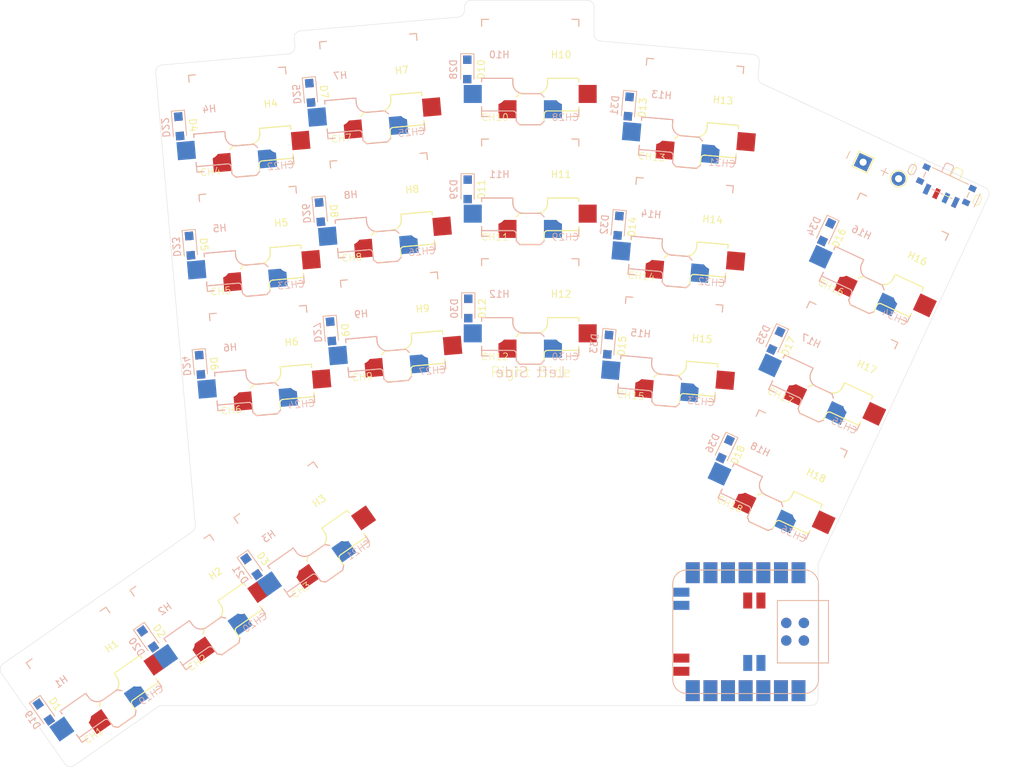
<source format=kicad_pcb>
(kicad_pcb (version 20240108) (generator "pcbnew") (generator_version "8.0")
  (layers (0 "F.Cu" signal) (31 "B.Cu" signal) (34 "B.Paste" user) (35 "F.Paste" user) (36 "B.SilkS" user "B.Silkscreen") (37 "F.SilkS" user "F.Silkscreen") (38 "B.Mask" user) (39 "F.Mask" user) (44 "Edge.Cuts" user))
  (net 0 "")
  (net 1 "Net-(D1-A)")
  (net 2 "COL0")
  (net 3 "Net-(D2-A)")
  (net 4 "Net-(D3-A)")
  (net 5 "COL1")
  (net 6 "Net-(D4-A)")
  (net 7 "Net-(D5-A)")
  (net 8 "Net-(D6-A)")
  (net 9 "COL2")
  (net 10 "Net-(D7-A)")
  (net 11 "Net-(D8-A)")
  (net 12 "Net-(D9-A)")
  (net 13 "Net-(D10-A)")
  (net 14 "COL3")
  (net 15 "Net-(D11-A)")
  (net 16 "Net-(D12-A)")
  (net 17 "Net-(D13-A)")
  (net 18 "COL4")
  (net 19 "Net-(D14-A)")
  (net 20 "Net-(D15-A)")
  (net 21 "Net-(D16-A)")
  (net 22 "COL5")
  (net 23 "Net-(D17-A)")
  (net 24 "Net-(D18-A)")
  (net 25 "Net-(D19-A)")
  (net 26 "Net-(D20-A)")
  (net 27 "Net-(D21-A)")
  (net 28 "Net-(D22-A)")
  (net 29 "Net-(D23-A)")
  (net 30 "Net-(D24-A)")
  (net 31 "Net-(D25-A)")
  (net 32 "Net-(D26-A)")
  (net 33 "Net-(D27-A)")
  (net 34 "Net-(D28-A)")
  (net 35 "Net-(D29-A)")
  (net 36 "Net-(D30-A)")
  (net 37 "Net-(D31-A)")
  (net 38 "Net-(D32-A)")
  (net 39 "Net-(D33-A)")
  (net 40 "Net-(D34-A)")
  (net 41 "Net-(D35-A)")
  (net 42 "Net-(D36-A)")
  (net 43 "ROW0")
  (net 44 "ROW1")
  (net 45 "ROW2")
  (net 46 "Net-(SW1-C)")
  (net 47 "Net-(SW1-A)")
  (net 48 "BAT+")
  (net 49 "GND")
  (net 50 "PIN1")
  (net 51 "RST")
  (net 52 "CLK")
  (net 53 "5V")
  (net 55 "PIN11")
  (net 57 "DIO")
  (net 58 "3V3")
  (footprint "Keyboard:Kailh_HS_Socket" (layer "F.Cu") (at 99.120532 149.984003 35)
    (property "Reference" "CH1" (at -2.574999 2.275 35) (layer "F.SilkS") (effects (font (thickness 0.1))))
    (property "Value" "KSwitch")
    (pad "" np_thru_hole circle (at -2.499999 -1.100003 35) (size 3 3) (drill 3) (layers "*.Cu" "*.Mask"))
    (pad "" np_thru_hole circle (at 2.499999 1.100003 35) (size 3 3) (drill 3) (layers "*.Cu" "*.Mask"))
    (pad "1" smd rect (at 5.775003 1.100003 35) (size 2.6 2.6) (layers "B.Cu" "B.Paste" "B.Mask") (net 2 "COL0"))
    (pad "2" smd rect (at -5.775003 -1.100003 35) (size 2.6 2.6) (layers "B.Cu" "B.Paste" "B.Mask") (net 1 "Net-(D1-A)"))
  )
  (footprint "Keyboard:Kailh_HS_Socket" (layer "F.Cu") (at 158.721903 79.211648)
    (property "Reference" "CH11" (at -2.575 2.275 0) (layer "F.SilkS") (effects (font (thickness 0.1))))
    (property "Value" "KSwitch")
    (pad "" np_thru_hole circle (at -2.499998 -1.100004) (size 3 3) (drill 3) (layers "*.Cu" "*.Mask"))
    (pad "" np_thru_hole circle (at 2.499998 1.100004) (size 3 3) (drill 3) (layers "*.Cu" "*.Mask"))
    (pad "1" smd rect (at 5.775 1.1) (size 2.6 2.6) (layers "B.Cu" "B.Paste" "B.Mask") (net 14 "COL3"))
    (pad "2" smd rect (at -5.775 -1.1) (size 2.6 2.6) (layers "B.Cu" "B.Paste" "B.Mask") (net 15 "Net-(D11-A)"))
  )
  (footprint "TestPoint:TestPoint_THTPad_2.0x2.0mm_Drill1.0mm" (layer "F.Cu") (at 209.176001 70.696389 -25)
    (property "Reference" "TP1" (hide yes))
    (property "Value" "BAT-" (hide yes))
    (pad "1" thru_hole rect (at 0 0 335) (size 2 2) (drill 1) (layers "*.Cu" "*.Mask") (net 49 "GND"))
  )
  (footprint "Keyboard:Kailh_HS_Socket" (layer "F.Cu") (at 193.257558 119.046991 -25)
    (property "Reference" "CH18" (at -2.575 2.275001 -25) (layer "F.SilkS") (effects (font (thickness 0.1))))
    (property "Value" "KSwitch")
    (pad "" np_thru_hole circle (at -2.5 -1.100003 335) (size 3 3) (drill 3) (layers "*.Cu" "*.Mask"))
    (pad "" np_thru_hole circle (at 2.5 1.100003 335) (size 3 3) (drill 3) (layers "*.Cu" "*.Mask"))
    (pad "1" smd rect (at 5.775 1.100002 335) (size 2.6 2.6) (layers "B.Cu" "B.Paste" "B.Mask") (net 22 "COL5"))
    (pad "2" smd rect (at -5.775 -1.100002 335) (size 2.6 2.6) (layers "B.Cu" "B.Paste" "B.Mask") (net 24 "Net-(D18-A)"))
  )
  (footprint "MountingHole:MountingHole_2.2mm_M2" (layer "F.Cu") (at 149.58608 53.000879)
    (property "Reference" "U6" (hide yes))
    (property "Value" "~")
    (pad "" np_thru_hole circle (at 0 0) (size 2.2 2.2) (drill 2.2) (layers "*.Cu" "*.Mask"))
  )
  (footprint "Diode_SMD:Nexperia_CFP3_SOD-123W" (layer "F.Cu") (at 152.300502 91.782612 -90)
    (property "Reference" "D12" (at -0.000001 -1.999997 90) (layer "F.SilkS"))
    (property "Value" "D")
    (pad "1" smd rect (at -1.4 0 270) (size 1.2 1.2) (layers "F.Cu" "F.Paste" "F.Mask") (net 45 "ROW2"))
    (pad "2" smd rect (at 1.4 0 270) (size 1.2 1.2) (layers "F.Cu" "F.Paste" "F.Mask") (net 16 "Net-(D12-A)"))
  )
  (footprint "Keyboard:Kailh_HS_Socket" (layer "F.Cu") (at 179.982027 85.089945 -5)
    (property "Reference" "CH14" (at -2.575 2.275 -5) (layer "F.SilkS") (effects (font (thickness 0.1))))
    (property "Value" "KSwitch")
    (pad "" np_thru_hole circle (at -2.499998 -1.100004 355) (size 3 3) (drill 3) (layers "*.Cu" "*.Mask"))
    (pad "" np_thru_hole circle (at 2.499998 1.100004 355) (size 3 3) (drill 3) (layers "*.Cu" "*.Mask"))
    (pad "1" smd rect (at 5.775 1.1 355) (size 2.6 2.6) (layers "B.Cu" "B.Paste" "B.Mask") (net 18 "COL4"))
    (pad "2" smd rect (at -5.775 -1.1 355) (size 2.6 2.6) (layers "B.Cu" "B.Paste" "B.Mask") (net 19 "Net-(D14-A)"))
  )
  (footprint "Keyboard:Kailh_HS_Socket" (layer "F.Cu") (at 114.071817 139.514969 35)
    (property "Reference" "CH2" (at -2.574999 2.275 35) (layer "F.SilkS") (effects (font (thickness 0.1))))
    (property "Value" "KSwitch")
    (pad "" np_thru_hole circle (at -2.499999 -1.100003 35) (size 3 3) (drill 3) (layers "*.Cu" "*.Mask"))
    (pad "" np_thru_hole circle (at 2.499999 1.100003 35) (size 3 3) (drill 3) (layers "*.Cu" "*.Mask"))
    (pad "1" smd rect (at 5.775003 1.100003 35) (size 2.6 2.6) (layers "B.Cu" "B.Paste" "B.Mask") (net 2 "COL0"))
    (pad "2" smd rect (at -5.775003 -1.100003 35) (size 2.6 2.6) (layers "B.Cu" "B.Paste" "B.Mask") (net 3 "Net-(D2-A)"))
  )
  (footprint "Keyboard:Kailh_socket_PG1350_reversible_Holes" (layer "F.Cu") (at 182.895219 80.476289 -5)
    (property "Reference" "H14" (at 4.445 -1.905 175) (layer "F.SilkS"))
    (property "Value" "MountingHole")
    (fp_text user "${REFERENCE}" (at -4.445 -1.905 175) (layer "B.SilkS") (effects (justify mirror)))
    (pad "" np_thru_hole circle (at -5.5 0 355) (size 1.7018 1.7018) (drill 1.7018) (layers "*.Cu" "*.Mask"))
    (pad "" np_thru_hole circle (at -5.22 -4.2 355) (size 0.9906 0.9906) (drill 0.9906) (layers "*.Cu" "*.Mask"))
    (pad "" np_thru_hole circle (at -5.000003 3.75 355) (size 3 3) (drill 3) (layers "*.Cu" "*.Mask"))
    (pad "" np_thru_hole circle (at 0 0 355) (size 3.429 3.429) (drill 3.429) (layers "*.Cu" "*.Mask"))
    (pad "" np_thru_hole circle (at 0 5.950002 355) (size 3 3) (drill 3) (layers "*.Cu" "*.Mask"))
    (pad "" np_thru_hole circle (at 5.000003 3.75 355) (size 3 3) (drill 3) (layers "*.Cu" "*.Mask"))
    (pad "" np_thru_hole circle (at 5.22 -4.2 355) (size 0.9906 0.9906) (drill 0.9906) (layers "*.Cu" "*.Mask"))
    (pad "" np_thru_hole circle (at 5.5 0 355) (size 1.7018 1.7018) (drill 1.7018) (layers "*.Cu" "*.Mask"))
  )
  (footprint "Diode_SMD:Nexperia_CFP3_SOD-123W" (layer "F.Cu") (at 189.321518 112.057599 -115)
    (property "Reference" "D18" (at -0.000001 -1.999998 65) (layer "F.SilkS"))
    (property "Value" "D")
    (pad "1" smd rect (at -1.4 0.000001 245) (size 1.2 1.2) (layers "F.Cu" "F.Paste" "F.Mask") (net 45 "ROW2"))
    (pad "2" smd rect (at 1.4 -0.000001 245) (size 1.2 1.2) (layers "F.Cu" "F.Paste" "F.Mask") (net 24 "Net-(D18-A)"))
  )
  (footprint "Keyboard:Kailh_socket_PG1350_reversible_Holes" (layer "F.Cu") (at 184.398843 63.289934 -5)
    (property "Reference" "H13" (at 4.445 -1.905 175) (layer "F.SilkS"))
    (property "Value" "MountingHole")
    (fp_text user "${REFERENCE}" (at -4.445 -1.905 175) (layer "B.SilkS") (effects (justify mirror)))
    (pad "" np_thru_hole circle (at -5.5 0 355) (size 1.7018 1.7018) (drill 1.7018) (layers "*.Cu" "*.Mask"))
    (pad "" np_thru_hole circle (at -5.22 -4.2 355) (size 0.9906 0.9906) (drill 0.9906) (layers "*.Cu" "*.Mask"))
    (pad "" np_thru_hole circle (at -5.000003 3.75 355) (size 3 3) (drill 3) (layers "*.Cu" "*.Mask"))
    (pad "" np_thru_hole circle (at 0 0 355) (size 3.429 3.429) (drill 3.429) (layers "*.Cu" "*.Mask"))
    (pad "" np_thru_hole circle (at 0 5.950002 355) (size 3 3) (drill 3) (layers "*.Cu" "*.Mask"))
    (pad "" np_thru_hole circle (at 5.000003 3.75 355) (size 3 3) (drill 3) (layers "*.Cu" "*.Mask"))
    (pad "" np_thru_hole circle (at 5.22 -4.2 355) (size 0.9906 0.9906) (drill 0.9906) (layers "*.Cu" "*.Mask"))
    (pad "" np_thru_hole circle (at 5.5 0 355) (size 1.7018 1.7018) (drill 1.7018) (layers "*.Cu" "*.Mask"))
  )
  (footprint "Keyboard:Kailh_HS_Socket" (layer "F.Cu") (at 139.399087 99.150368 5)
    (property "Reference" "CH9" (at -2.575 2.275 5) (layer "F.SilkS") (effects (font (thickness 0.1))))
    (property "Value" "KSwitch")
    (pad "" np_thru_hole circle (at -2.499999 -1.100001 5) (size 3 3) (drill 3) (layers "*.Cu" "*.Mask"))
    (pad "" np_thru_hole circle (at 2.499999 1.100001 5) (size 3 3) (drill 3) (layers "*.Cu" "*.Mask"))
    (pad "1" smd rect (at 5.775001 1.100002 5) (size 2.6 2.6) (layers "B.Cu" "B.Paste" "B.Mask") (net 9 "COL2"))
    (pad "2" smd rect (at -5.775001 -1.100002 5) (size 2.6 2.6) (layers "B.Cu" "B.Paste" "B.Mask") (net 12 "Net-(D9-A)"))
  )
  (footprint "Diode_SMD:Nexperia_CFP3_SOD-123W" (layer "F.Cu") (at 91.157195 149.949481 -55)
    (property "Reference" "D1" (at -0.000002 -1.999998 125) (layer "F.SilkS"))
    (property "Value" "D")
    (pad "1" smd rect (at -1.4 -0.000001 305) (size 1.2 1.2) (layers "F.Cu" "F.Paste" "F.Mask") (net 43 "ROW0"))
    (pad "2" smd rect (at 1.4 0.000001 305) (size 1.2 1.2) (layers "F.Cu" "F.Paste" "F.Mask") (net 1 "Net-(D1-A)"))
  )
  (footprint "Diode_SMD:Nexperia_CFP3_SOD-123W" (layer "F.Cu") (at 173.933675 79.849719 -95)
    (property "Reference" "D14" (at -0.000001 -1.999996 85) (layer "F.SilkS"))
    (property "Value" "D")
    (pad "1" smd rect (at -1.4 0 265) (size 1.2 1.2) (layers "F.Cu" "F.Paste" "F.Mask") (net 44 "ROW1"))
    (pad "2" smd rect (at 1.4 0 265) (size 1.2 1.2) (layers "F.Cu" "F.Paste" "F.Mask") (net 19 "Net-(D14-A)"))
  )
  (footprint "TestPoint:TestPoint_THTPad_D2.0mm_Drill1.0mm" (layer "F.Cu") (at 214.278514 73.07574 -25)
    (property "Reference" "TP2" (hide yes))
    (property "Value" "BAT+")
    (pad "1" thru_hole circle (at 0 0 335) (size 2 2) (drill 1) (layers "*.Cu" "*.Mask") (net 46 "Net-(SW1-C)"))
  )
  (footprint "Keyboard:Kailh_HS_Socket" (layer "F.Cu") (at 181.485646 67.903591 -5)
    (property "Reference" "CH13" (at -2.575 2.275 -5) (layer "F.SilkS") (effects (font (thickness 0.1))))
    (property "Value" "KSwitch")
    (pad "" np_thru_hole circle (at -2.499998 -1.100004 355) (size 3 3) (drill 3) (layers "*.Cu" "*.Mask"))
    (pad "" np_thru_hole circle (at 2.499998 1.100004 355) (size 3 3) (drill 3) (layers "*.Cu" "*.Mask"))
    (pad "1" smd rect (at 5.775 1.1 355) (size 2.6 2.6) (layers "B.Cu" "B.Paste" "B.Mask") (net 18 "COL4"))
    (pad "2" smd rect (at -5.775 -1.1 355) (size 2.6 2.6) (layers "B.Cu" "B.Paste" "B.Mask") (net 17 "Net-(D13-A)"))
  )
  (footprint "Diode_SMD:Nexperia_CFP3_SOD-123W" (layer "F.Cu") (at 130.940691 77.898226 -85)
    (property "Reference" "D8" (at -0.000001 -1.999999 95) (layer "F.SilkS"))
    (property "Value" "D")
    (pad "1" smd rect (at -1.4 0 275) (size 1.2 1.2) (layers "F.Cu" "F.Paste" "F.Mask") (net 44 "ROW1"))
    (pad "2" smd rect (at 1.4 0 275) (size 1.2 1.2) (layers "F.Cu" "F.Paste" "F.Mask") (net 11 "Net-(D8-A)"))
  )
  (footprint "Keyboard:Kailh_socket_PG1350_reversible_Holes" (layer "F.Cu") (at 122.595452 98.920941 5)
    (property "Reference" "H6" (at 4.445 -1.905 5) (layer "F.SilkS"))
    (property "Value" "MountingHole")
    (fp_text user "${REFERENCE}" (at -4.445 -1.905 5) (layer "B.SilkS") (effects (justify mirror)))
    (pad "" np_thru_hole circle (at -5.5 0 5) (size 1.7018 1.7018) (drill 1.7018) (layers "*.Cu" "*.Mask"))
    (pad "" np_thru_hole circle (at -5.22 -4.2 5) (size 0.9906 0.9906) (drill 0.9906) (layers "*.Cu" "*.Mask"))
    (pad "" np_thru_hole circle (at -5.000002 3.75 5) (size 3 3) (drill 3) (layers "*.Cu" "*.Mask"))
    (pad "" np_thru_hole circle (at 0 0 5) (size 3.429 3.429) (drill 3.429) (layers "*.Cu" "*.Mask"))
    (pad "" np_thru_hole circle (at 0 5.950002 5) (size 3 3) (drill 3) (layers "*.Cu" "*.Mask"))
    (pad "" np_thru_hole circle (at 5.000003 3.75 5) (size 3 3) (drill 3) (layers "*.Cu" "*.Mask"))
    (pad "" np_thru_hole circle (at 5.22 -4.2 5) (size 0.9906 0.9906) (drill 0.9906) (layers "*.Cu" "*.Mask"))
    (pad "" np_thru_hole circle (at 5.5 0 5) (size 1.7018 1.7018) (drill 1.7018) (layers "*.Cu" "*.Mask"))
  )
  (footprint "MountingHole:MountingHole_2.2mm_M2" (layer "F.Cu") (at 119.701898 144.990291)
    (property "Reference" "U5" (hide yes))
    (property "Value" "~")
    (pad "" np_thru_hole circle (at 0 0) (size 2.2 2.2) (drill 2.2) (layers "*.Cu" "*.Mask"))
  )
  (footprint "Diode_SMD:Nexperia_CFP3_SOD-123W" (layer "F.Cu") (at 132.530682 95.078224 -85)
    (property "Reference" "D9" (at -0.000001 -1.999999 95) (layer "F.SilkS"))
    (property "Value" "D")
    (pad "1" smd rect (at -1.4 0 275) (size 1.2 1.2) (layers "F.Cu" "F.Paste" "F.Mask") (net 45 "ROW2"))
    (pad "2" smd rect (at 1.4 0 275) (size 1.2 1.2) (layers "F.Cu" "F.Paste" "F.Mask") (net 12 "Net-(D9-A)"))
  )
  (footprint "Keyboard:Kailh_socket_PG1350_reversible_Holes" (layer "F.Cu") (at 139.963264 76.914575 5)
    (property "Reference" "H8" (at 4.445 -1.905 5) (layer "F.SilkS"))
    (property "Value" "MountingHole")
    (fp_text user "${REFERENCE}" (at -4.445 -1.905 5) (layer "B.SilkS") (effects (justify mirror)))
    (pad "" np_thru_hole circle (at -5.5 0 5) (size 1.7018 1.7018) (drill 1.7018) (layers "*.Cu" "*.Mask"))
    (pad "" np_thru_hole circle (at -5.22 -4.2 5) (size 0.9906 0.9906) (drill 0.9906) (layers "*.Cu" "*.Mask"))
    (pad "" np_thru_hole circle (at -5.000002 3.75 5) (size 3 3) (drill 3) (layers "*.Cu" "*.Mask"))
    (pad "" np_thru_hole circle (at 0 0 5) (size 3.429 3.429) (drill 3.429) (layers "*.Cu" "*.Mask"))
    (pad "" np_thru_hole circle (at 0 5.950002 5) (size 3 3) (drill 3) (layers "*.Cu" "*.Mask"))
    (pad "" np_thru_hole circle (at 5.000003 3.75 5) (size 3 3) (drill 3) (layers "*.Cu" "*.Mask"))
    (pad "" np_thru_hole circle (at 5.22 -4.2 5) (size 0.9906 0.9906) (drill 0.9906) (layers "*.Cu" "*.Mask"))
    (pad "" np_thru_hole circle (at 5.5 0 5) (size 1.7018 1.7018) (drill 1.7018) (layers "*.Cu" "*.Mask"))
  )
  (footprint "Keyboard:Kailh_HS_Socket" (layer "F.Cu") (at 158.721908 61.959647)
    (property "Reference" "CH10" (at -2.575 2.275 0) (layer "F.SilkS") (effects (font (thickness 0.1))))
    (property "Value" "KSwitch")
    (pad "" np_thru_hole circle (at -2.499998 -1.100004) (size 3 3) (drill 3) (layers "*.Cu" "*.Mask"))
    (pad "" np_thru_hole circle (at 2.499998 1.100004) (size 3 3) (drill 3) (layers "*.Cu" "*.Mask"))
    (pad "1" smd rect (at 5.775 1.1) (size 2.6 2.6) (layers "B.Cu" "B.Paste" "B.Mask") (net 14 "COL3"))
    (pad "2" smd rect (at -5.775 -1.1) (size 2.6 2.6) (layers "B.Cu" "B.Paste" "B.Mask") (net 13 "Net-(D10-A)"))
  )
  (footprint "Keyboard:Kailh_socket_PG1350_reversible_Holes" (layer "F.Cu") (at 128.288886 123.639335 35)
    (property "Reference" "H3" (at 4.445 -1.905 35) (layer "F.SilkS"))
    (property "Value" "MountingHole")
    (fp_text user "${REFERENCE}" (at -4.444999 -1.904999 35) (layer "B.SilkS") (effects (justify mirror)))
    (pad "" np_thru_hole circle (at -5.499999 0.000001 35) (size 1.7018 1.7018) (drill 1.7018) (layers "*.Cu" "*.Mask"))
    (pad "" np_thru_hole circle (at -5.219998 -4.199999 35) (size 0.9906 0.9906) (drill 0.9906) (layers "*.Cu" "*.Mask"))
    (pad "" np_thru_hole circle (at -5.000002 3.750001 35) (size 3 3) (drill 3) (layers "*.Cu" "*.Mask"))
    (pad "" np_thru_hole circle (at 0 0 35) (size 3.429 3.429) (drill 3.429) (layers "*.Cu" "*.Mask"))
    (pad "" np_thru_hole circle (at 0.000004 5.95 35) (size 3 3) (drill 3) (layers "*.Cu" "*.Mask"))
    (pad "" np_thru_hole circle (at 5.000004 3.749999 35) (size 3 3) (drill 3) (layers "*.Cu" "*.Mask"))
    (pad "" np_thru_hole circle (at 5.220001 -4.2 35) (size 0.9906 0.9906) (drill 0.9906) (layers "*.Cu" "*.Mask"))
    (pad "" np_thru_hole circle (at 5.499999 -0.000001 35) (size 1.7018 1.7018) (drill 1.7018) (layers "*.Cu" "*.Mask"))
  )
  (footprint "Keyboard:Kailh_HS_Socket" (layer "F.Cu") (at 200.548561 103.411387 -25)
    (property "Reference" "CH17" (at -2.575 2.275001 -25) (layer "F.SilkS") (effects (font (thickness 0.1))))
    (property "Value" "KSwitch")
    (pad "" np_thru_hole circle (at -2.5 -1.100003 335) (size 3 3) (drill 3) (layers "*.Cu" "*.Mask"))
    (pad "" np_thru_hole circle (at 2.5 1.100003 335) (size 3 3) (drill 3) (layers "*.Cu" "*.Mask"))
    (pad "1" smd rect (at 5.775 1.100002 335) (size 2.6 2.6) (layers "B.Cu" "B.Paste" "B.Mask") (net 22 "COL5"))
    (pad "2" smd rect (at -5.775 -1.100002 335) (size 2.6 2.6) (layers "B.Cu" "B.Paste" "B.Mask") (net 23 "Net-(D17-A)"))
  )
  (footprint "Diode_SMD:Nexperia_CFP3_SOD-123W" (layer "F.Cu") (at 129.531111 60.705522 -85)
    (property "Reference" "D7" (at -0.000001 -1.999999 95) (layer "F.SilkS"))
    (property "Value" "D")
    (pad "1" smd rect (at -1.4 0 275) (size 1.2 1.2) (layers "F.Cu" "F.Paste" "F.Mask") (net 43 "ROW0"))
    (pad "2" smd rect (at 1.4 0 275) (size 1.2 1.2) (layers "F.Cu" "F.Paste" "F.Mask") (net 10 "Net-(D7-A)"))
  )
  (footprint "Diode_SMD:Nexperia_CFP3_SOD-123W" (layer "F.Cu") (at 152.210509 74.612648 -90)
    (property "Reference" "D11" (at -0.000001 -1.999997 90) (layer "F.SilkS"))
    (property "Value" "D")
    (pad "1" smd rect (at -1.4 0 270) (size 1.2 1.2) (layers "F.Cu" "F.Paste" "F.Mask") (net 44 "ROW1"))
    (pad "2" smd rect (at 1.4 0 270) (size 1.2 1.2) (layers "F.Cu" "F.Paste" "F.Mask") (net 15 "Net-(D11-A)"))
  )
  (footprint "Diode_SMD:Nexperia_CFP3_SOD-123W" (layer "F.Cu") (at 175.413774 62.677973 -95)
    (property "Reference" "D13" (at -0.000001 -1.999996 85) (layer "F.SilkS"))
    (property "Value" "D")
    (pad "1" smd rect (at -1.4 0 265) (size 1.2 1.2) (layers "F.Cu" "F.Paste" "F.Mask") (net 43 "ROW0"))
    (pad "2" smd rect (at 1.4 0 265) (size 1.2 1.2) (layers "F.Cu" "F.Paste" "F.Mask") (net 17 "Net-(D13-A)"))
  )
  (footprint "TestPoint:TestPoint_THTPad_2.0x2.0mm_Drill1.0mm" (layer "F.Cu") (at 209.176001 70.696389 65)
    (property "Reference" "TP1" (hide yes))
    (property "Value" "BAT-" (hide yes))
    (pad "1" thru_hole rect (at 0 0 65) (size 2 2) (drill 1) (layers "*.Cu" "*.Mask"))
  )
  (footprint "Diode_SMD:Nexperia_CFP3_SOD-123W" (layer "F.Cu") (at 172.444203 97.000673 -95)
    (property "Reference" "D15" (at -0.000001 -1.999996 85) (layer "F.SilkS"))
    (property "Value" "D")
    (pad "1" smd rect (at -1.4 0 265) (size 1.2 1.2) (layers "F.Cu" "F.Paste" "F.Mask") (net 45 "ROW2"))
    (pad "2" smd rect (at 1.4 0 265) (size 1.2 1.2) (layers "F.Cu" "F.Paste" "F.Mask") (net 20 "Net-(D15-A)"))
  )
  (footprint "Keyboard:Kailh_socket_PG1350_reversible_Holes" (layer "F.Cu") (at 181.391612 97.662658 -5)
    (property "Reference" "H15" (at 4.445 -1.905 175) (layer "F.SilkS"))
    (property "Value" "MountingHole")
    (fp_text user "${REFERENCE}" (at -4.445 -1.905 175) (layer "B.SilkS") (effects (justify mirror)))
    (pad "" np_thru_hole circle (at -5.5 0 355) (size 1.7018 1.7018) (drill 1.7018) (layers "*.Cu" "*.Mask"))
    (pad "" np_thru_hole circle (at -5.22 -4.2 355) (size 0.9906 0.9906) (drill 0.9906) (layers "*.Cu" "*.Mask"))
    (pad "" np_thru_hole circle (at -5.000003 3.75 355) (size 3 3) (drill 3) (layers "*.Cu" "*.Mask"))
    (pad "" np_thru_hole circle (at 0 0 355) (size 3.429 3.429) (drill 3.429) (layers "*.Cu" "*.Mask"))
    (pad "" np_thru_hole circle (at 0 5.950002 355) (size 3 3) (drill 3) (layers "*.Cu" "*.Mask"))
    (pad "" np_thru_hole circle (at 5.000003 3.75 355) (size 3 3) (drill 3) (layers "*.Cu" "*.Mask"))
    (pad "" np_thru_hole circle (at 5.22 -4.2 355) (size 0.9906 0.9906) (drill 0.9906) (layers "*.Cu" "*.Mask"))
    (pad "" np_thru_hole circle (at 5.5 0 355) (size 1.7018 1.7018) (drill 1.7018) (layers "*.Cu" "*.Mask"))
  )
  (footprint "MountingHole:MountingHole_2.2mm_M2" (layer "F.Cu") (at 177.216074 145.040886)
    (property "Reference" "U5" (hide yes))
    (property "Value" "~")
    (pad "" np_thru_hole circle (at 0 0) (size 2.2 2.2) (drill 2.2) (layers "*.Cu" "*.Mask"))
  )
  (footprint "Diode_SMD:Nexperia_CFP3_SOD-123W" (layer "F.Cu") (at 196.612519 96.422006 -115)
    (property "Reference" "D17" (at -0.000001 -1.999998 65) (layer "F.SilkS"))
    (property "Value" "D")
    (pad "1" smd rect (at -1.4 0.000001 245) (size 1.2 1.2) (layers "F.Cu" "F.Paste" "F.Mask") (net 44 "ROW1"))
    (pad "2" smd rect (at 1.4 -0.000001 245) (size 1.2 1.2) (layers "F.Cu" "F.Paste" "F.Mask") (net 23 "Net-(D17-A)"))
  )
  (footprint "Keyboard:XIAO-nRF52840-Sense-14P-2.54-21X17.8MM" (layer "F.Cu") (at 192.254154 138.372485 -90)
    (property "Reference" "U1" (hide yes))
    (property "Value" "Seeeduino Xiao nRF52840" (hide yes))
    (pad "1" smd rect (at -8.500001 -7.62 270) (size 3 2) (layers "F.Cu" "F.Paste" "F.Mask") (net 50 "PIN1"))
    (pad "2" smd rect (at -8.5 -5.079995 270) (size 3 2) (layers "F.Cu" "F.Paste" "F.Mask") (net 22 "COL5"))
    (pad "3" smd rect (at -8.5 -2.539996 270) (size 3 2) (layers "F.Cu" "F.Paste" "F.Mask") (net 18 "COL4"))
    (pad "4" smd rect (at -8.499999 -0.000002 270) (size 3 2) (layers "F.Cu" "F.Paste" "F.Mask") (net 14 "COL3"))
    (pad "5" smd rect (at -8.5 2.540004 270) (size 3 2) (layers "F.Cu" "F.Paste" "F.Mask") (net 9 "COL2"))
    (pad "6" smd rect (at -8.499997 5.080001 90) (size 3 2) (layers "F.Cu" "F.Paste" "F.Mask") (net 5 "COL1"))
    (pad "7" smd rect (at -8.500002 7.620002 270) (size 3 2) (layers "F.Cu" "F.Paste" "F.Mask") (net 2 "COL0"))
    (pad "8" smd rect (at 8.500002 -7.620002 270) (size 3 2) (layers "F.Cu" "F.Paste" "F.Mask") (net 53 "5V"))
    (pad "9" smd rect (at 8.499997 -5.080001 270) (size 3 2) (layers "F.Cu" "F.Paste" "F.Mask") (net 49 "GND"))
    (pad "10" smd rect (at 8.5 -2.540004 270) (size 3 2) (layers "F.Cu" "F.Paste" "F.Mask") (net 58 "3V3"))
    (pad "11" smd rect (at 8.499999 0.000002 270) (size 3 2) (layers "F.Cu" "F.Paste" "F.Mask") (net 55 "PIN11"))
    (pad "12" smd rect (at 8.5 2.539996 270) (size 3 2) (layers "F.Cu" "F.Paste" "F.Mask") (net 45 "ROW2"))
    (pad "13" smd rect (at 8.5 5.079995 270) (size 3 2) (layers "F.Cu" "F.Paste" "F.Mask") (net 44 "ROW1"))
    (pad "14" smd rect (at 8.500001 7.62 270) (size 3 2) (layers "F.Cu" "F.Paste" "F.Mask") (net 43 "ROW0"))
    (pad "15" smd rect (at -4.500004 -2.200002 90) (size 2.3 1.3) (layers "F.Cu" "F.Paste" "F.Mask") (net 49 "GND"))
    (pad "16" smd rect (at -4.500009 -0.299999 90) (size 2.3 1.3) (layers "F.Cu" "F.Paste" "F.Mask") (net 48 "BAT+"))
    (pad "17" smd rect (at 3.799999 9.250002) (size 2.3 1.3) (layers "F.Cu" "F.Paste" "F.Mask"))
    (pad "18" smd rect (at 5.699998 9.250003) (size 2.3 1.3) (layers "F.Cu" "F.Paste" "F.Mask"))
    (pad "19" smd circle (at -1.270004 -8.390002) (size 1.5 1.5) (layers "F.Cu" "F.Paste" "F.Mask") (net 57 "DIO"))
    (pad "20" smd circle (at 1.27 -8.390002) (size 1.5 1.5) (layers "F.Cu" "F.Paste" "F.Mask") (net 52 "CLK"))
    (pad "21" smd circle (at -1.270001 -5.850004) (size 1.5 1.5) (layers "F.Cu" "F.Paste" "F.Mask") (net 51 "RST"))
    (pad "22" smd circle (at 1.270001 -5.850004) (size 1.5 1.5) (layers "F.Cu" "F.Paste" "F.Mask") (net 49 "GND"))
  )
  (footprint "Keyboard:Kailh_HS_Socket" (layer "F.Cu") (at 120.52767 103.970369 5)
    (property "Reference" "CH6" (at -2.575 2.275 5) (layer "F.SilkS") (effects (font (thickness 0.1))))
    (property "Value" "KSwitch")
    (pad "" np_thru_hole circle (at -2.499999 -1.100001 5) (size 3 3) (drill 3) (layers "*.Cu" "*.Mask"))
    (pad "" np_thru_hole circle (at 2.499999 1.100001 5) (size 3 3) (drill 3) (layers "*.Cu" "*.Mask"))
    (pad "1" smd rect (at 5.775001 1.100002 5) (size 2.6 2.6) (layers "B.Cu" "B.Paste" "B.Mask") (net 5 "COL1"))
    (pad "2" smd rect (at -5.775001 -1.100002 5) (size 2.6 2.6) (layers "B.Cu" "B.Paste" "B.Mask") (net 8 "Net-(D6-A)"))
  )
  (footprint "Keyboard:Kailh_HS_Socket" (layer "F.Cu") (at 119.0241 86.784048 5)
    (property "Reference" "CH5" (at -2.575 2.275 5) (layer "F.SilkS") (effects (font (thickness 0.1))))
    (property "Value" "KSwitch")
    (pad "" np_thru_hole circle (at -2.499999 -1.100001 5) (size 3 3) (drill 3) (layers "*.Cu" "*.Mask"))
    (pad "" np_thru_hole circle (at 2.499999 1.100001 5) (size 3 3) (drill 3) (layers "*.Cu" "*.Mask"))
    (pad "1" smd rect (at 5.775001 1.100002 5) (size 2.6 2.6) (layers "B.Cu" "B.Paste" "B.Mask") (net 5 "COL1"))
    (pad "2" smd rect (at -5.775001 -1.100002 5) (size 2.6 2.6) (layers "B.Cu" "B.Paste" "B.Mask") (net 7 "Net-(D5-A)"))
  )
  (footprint "Keyboard:Kailh_socket_PG1350_reversible_Holes" (layer "F.Cu") (at 161.221906 74.361655)
    (property "Reference" "H11" (at 4.445 -1.905 0) (layer "F.SilkS"))
    (property "Value" "MountingHole")
    (fp_text user "${REFERENCE}" (at -4.445 -1.905 0) (layer "B.SilkS") (effects (justify mirror)))
    (pad "" np_thru_hole circle (at -5.5 0) (size 1.7018 1.7018) (drill 1.7018) (layers "*.Cu" "*.Mask"))
    (pad "" np_thru_hole circle (at -5.22 -4.2) (size 0.9906 0.9906) (drill 0.9906) (layers "*.Cu" "*.Mask"))
    (pad "" np_thru_hole circle (at -5.000003 3.75) (size 3 3) (drill 3) (layers "*.Cu" "*.Mask"))
    (pad "" np_thru_hole circle (at 0 0) (size 3.429 3.429) (drill 3.429) (layers "*.Cu" "*.Mask"))
    (pad "" np_thru_hole circle (at 0 5.950002) (size 3 3) (drill 3) (layers "*.Cu" "*.Mask"))
    (pad "" np_thru_hole circle (at 5.000003 3.75) (size 3 3) (drill 3) (layers "*.Cu" "*.Mask"))
    (pad "" np_thru_hole circle (at 5.22 -4.2) (size 0.9906 0.9906) (drill 0.9906) (layers "*.Cu" "*.Mask"))
    (pad "" np_thru_hole circle (at 5.5 0) (size 1.7018 1.7018) (drill 1.7018) (layers "*.Cu" "*.Mask"))
  )
  (footprint "Diode_SMD:Nexperia_CFP3_SOD-123W" (layer "F.Cu") (at 110.659612 65.524114 -85)
    (property "Reference" "D4" (at -0.000001 -1.999999 95) (layer "F.SilkS"))
    (property "Value" "D")
    (pad "1" smd rect (at -1.4 0 275) (size 1.2 1.2) (layers "F.Cu" "F.Paste" "F.Mask") (net 43 "ROW0"))
    (pad "2" smd rect (at 1.4 0 275) (size 1.2 1.2) (layers "F.Cu" "F.Paste" "F.Mask") (net 6 "Net-(D4-A)"))
  )
  (footprint "Keyboard:Kailh_HS_Socket" (layer "F.Cu") (at 137.895479 81.964009 5)
    (property "Reference" "CH8" (at -2.575 2.275 5) (layer "F.SilkS") (effects (font (thickness 0.1))))
    (property "Value" "KSwitch")
    (pad "" np_thru_hole circle (at -2.499999 -1.100001 5) (size 3 3) (drill 3) (layers "*.Cu" "*.Mask"))
    (pad "" np_thru_hole circle (at 2.499999 1.100001 5) (size 3 3) (drill 3) (layers "*.Cu" "*.Mask"))
    (pad "1" smd rect (at 5.775001 1.100002 5) (size 2.6 2.6) (layers "B.Cu" "B.Paste" "B.Mask") (net 9 "COL2"))
    (pad "2" smd rect (at -5.775001 -1.100002 5) (size 2.6 2.6) (layers "B.Cu" "B.Paste" "B.Mask") (net 11 "Net-(D8-A)"))
  )
  (footprint "Diode_SMD:Nexperia_CFP3_SOD-123W" (layer "F.Cu") (at 203.903518 80.786371 -115)
    (property "Reference" "D16" (at -0.000001 -1.999998 65) (layer "F.SilkS"))
    (property "Value" "D")
    (pad "1" smd rect (at -1.4 0.000001 245) (size 1.2 1.2) (layers "F.Cu" "F.Paste" "F.Mask") (net 43 "ROW0"))
    (pad "2" smd rect (at 1.4 -0.000001 245) (size 1.2 1.2) (layers "F.Cu" "F.Paste" "F.Mask") (net 21 "Net-(D16-A)"))
  )
  (footprint "Keyboard:Kailh_HS_Socket" (layer "F.Cu") (at 117.52034 69.596257 5)
    (property "Reference" "CH4" (at -2.575 2.275 5) (layer "F.SilkS") (effects (font (thickness 0.1))))
    (property "Value" "KSwitch")
    (pad "" np_thru_hole circle (at -2.499999 -1.100001 5) (size 3 3) (drill 3) (layers "*.Cu" "*.Mask"))
    (pad "" np_thru_hole circle (at 2.499999 1.100001 5) (size 3 3) (drill 3) (layers "*.Cu" "*.Mask"))
    (pad "1" smd rect (at 5.775001 1.100002 5) (size 2.6 2.6) (layers "B.Cu" "B.Paste" "B.Mask") (net 5 "COL1"))
    (pad "2" smd rect (at -5.775001 -1.100002 5) (size 2.6 2.6) (layers "B.Cu" "B.Paste" "B.Mask") (net 6 "Net-(D4-A)"))
  )
  (footprint "Keyboard:Kailh_socket_PG1350_reversible_Holes" (layer "F.Cu") (at 138.459639 59.72823 5)
    (property "Reference" "H7" (at 4.445 -1.905 5) (layer "F.SilkS"))
    (property "Value" "MountingHole")
    (fp_text user "${REFERENCE}" (at -4.445 -1.905 5) (layer "B.SilkS") (effects (justify mirror)))
    (pad "" np_thru_hole circle (at -5.5 0 5) (size 1.7018 1.7018) (drill 1.7018) (layers "*.Cu" "*.Mask"))
    (pad "" np_thru_hole circle (at -5.22 -4.2 5) (size 0.9906 0.9906) (drill 0.9906) (layers "*.Cu" "*.Mask"))
    (pad "" np_thru_hole circle (at -5.000002 3.75 5) (size 3 3) (drill 3) (layers "*.Cu" "*.Mask"))
    (pad "" np_thru_hole circle (at 0 0 5) (size 3.429 3.429) (drill 3.429) (layers "*.Cu" "*.Mask"))
    (pad "" np_thru_hole circle (at 0 5.950002 5) (size 3 3) (drill 3) (layers "*.Cu" "*.Mask"))
    (pad "" np_thru_hole circle (at 5.000003 3.75 5) (size 3 3) (drill 3) (layers "*.Cu" "*.Mask"))
    (pad "" np_thru_hole circle (at 5.22 -4.2 5) (size 0.9906 0.9906) (drill 0.9906) (layers "*.Cu" "*.Mask"))
    (pad "" np_thru_hole circle (at 5.5 0 5) (size 1.7018 1.7018) (drill 1.7018) (layers "*.Cu" "*.Mask"))
  )
  (footprint "Keyboard:Kailh_HS_Socket" (layer "F.Cu") (at 136.391859 64.77766 5)
    (property "Reference" "CH7" (at -2.575 2.275 5) (layer "F.SilkS") (effects (font (thickness 0.1))))
    (property "Value" "KSwitch")
    (pad "" np_thru_hole circle (at -2.499999 -1.100001 5) (size 3 3) (drill 3) (layers "*.Cu" "*.Mask"))
    (pad "" np_thru_hole circle (at 2.499999 1.100001 5) (size 3 3) (drill 3) (layers "*.Cu" "*.Mask"))
    (pad "1" smd rect (at 5.775001 1.100002 5) (size 2.6 2.6) (layers "B.Cu" "B.Paste" "B.Mask") (net 9 "COL2"))
    (pad "2" smd rect (at -5.775001 -1.100002 5) (size 2.6 2.6) (layers "B.Cu" "B.Paste" "B.Mask") (net 10 "Net-(D7-A)"))
  )
  (footprint "Keyboard:Kailh_socket_PG1350_reversible_Holes" (layer "F.Cu") (at 204.864031 100.072341 -25)
    (property "Reference" "H17" (at 4.444999 -1.904999 155) (layer "F.SilkS"))
    (property "Value" "MountingHole")
    (fp_text user "${REFERENCE}" (at -4.444999 -1.905 155) (layer "B.SilkS") (effects (justify mirror)))
    (pad "" np_thru_hole circle (at -5.499999 -0.000002 335) (size 1.7018 1.7018) (drill 1.7018) (layers "*.Cu" "*.Mask"))
    (pad "" np_thru_hole circle (at -5.22 -4.2 335) (size 0.9906 0.9906) (drill 0.9906) (layers "*.Cu" "*.Mask"))
    (pad "" np_thru_hole circle (at -5.000004 3.75 335) (size 3 3) (drill 3) (layers "*.Cu" "*.Mask"))
    (pad "" np_thru_hole circle (at -0.000003 5.950001 335) (size 3 3) (drill 3) (layers "*.Cu" "*.Mask"))
    (pad "" np_thru_hole circle (at 0 0 335) (size 3.429 3.429) (drill 3.429) (layers "*.Cu" "*.Mask"))
    (pad "" np_thru_hole circle (at 5.000003 3.749999 335) (size 3 3) (drill 3) (layers "*.Cu" "*.Mask"))
    (pad "" np_thru_hole circle (at 5.219999 -4.2 335) (size 0.9906 0.9906) (drill 0.9906) (layers "*.Cu" "*.Mask"))
    (pad "" np_thru_hole circle (at 5.499999 0.000002 335) (size 1.7018 1.7018) (drill 1.7018) (layers "*.Cu" "*.Mask"))
  )
  (footprint "Keyboard:Kailh_socket_PG1350_reversible_Holes" (layer "F.Cu") (at 98.38656 144.577172 35)
    (property "Reference" "H1" (at 4.445 -1.905 35) (layer "F.SilkS"))
    (property "Value" "MountingHole")
    (fp_text user "${REFERENCE}" (at -4.444999 -1.904999 35) (layer "B.SilkS") (effects (justify mirror)))
    (pad "" np_thru_hole circle (at -5.499999 0.000001 35) (size 1.7018 1.7018) (drill 1.7018) (layers "*.Cu" "*.Mask"))
    (pad "" np_thru_hole circle (at -5.219998 -4.199999 35) (size 0.9906 0.9906) (drill 0.9906) (layers "*.Cu" "*.Mask"))
    (pad "" np_thru_hole circle (at -5.000002 3.750001 35) (size 3 3) (drill 3) (layers "*.Cu" "*.Mask"))
    (pad "" np_thru_hole circle (at 0 0 35) (size 3.429 3.429) (drill 3.429) (layers "*.Cu" "*.Mask"))
    (pad "" np_thru_hole circle (at 0.000004 5.95 35) (size 3 3) (drill 3) (layers "*.Cu" "*.Mask"))
    (pad "" np_thru_hole circle (at 5.000004 3.749999 35) (size 3 3) (drill 3) (layers "*.Cu" "*.Mask"))
    (pad "" np_thru_hole circle (at 5.220001 -4.2 35) (size 0.9906 0.9906) (drill 0.9906) (layers "*.Cu" "*.Mask"))
    (pad "" np_thru_hole circle (at 5.499999 -0.000001 35) (size 1.7018 1.7018) (drill 1.7018) (layers "*.Cu" "*.Mask"))
  )
  (footprint "Keyboard:Kailh_socket_PG1350_reversible_Holes" (layer "F.Cu") (at 141.46687 94.100934 5)
    (property "Reference" "H9" (at 4.445 -1.905 5) (layer "F.SilkS"))
    (property "Value" "MountingHole")
    (fp_text user "${REFERENCE}" (at -4.445 -1.905 5) (layer "B.SilkS") (effects (justify mirror)))
    (pad "" np_thru_hole circle (at -5.5 0 5) (size 1.7018 1.7018) (drill 1.7018) (layers "*.Cu" "*.Mask"))
    (pad "" np_thru_hole circle (at -5.22 -4.2 5) (size 0.9906 0.9906) (drill 0.9906) (layers "*.Cu" "*.Mask"))
    (pad "" np_thru_hole circle (at -5.000002 3.75 5) (size 3 3) (drill 3) (layers "*.Cu" "*.Mask"))
    (pad "" np_thru_hole circle (at 0 0 5) (size 3.429 3.429) (drill 3.429) (layers "*.Cu" "*.Mask"))
    (pad "" np_thru_hole circle (at 0 5.950002 5) (size 3 3) (drill 3) (layers "*.Cu" "*.Mask"))
    (pad "" np_thru_hole circle (at 5.000003 3.75 5) (size 3 3) (drill 3) (layers "*.Cu" "*.Mask"))
    (pad "" np_thru_hole circle (at 5.22 -4.2 5) (size 0.9906 0.9906) (drill 0.9906) (layers "*.Cu" "*.Mask"))
    (pad "" np_thru_hole circle (at 5.5 0 5) (size 1.7018 1.7018) (drill 1.7018) (layers "*.Cu" "*.Mask"))
  )
  (footprint "Keyboard:Kailh_HS_Socket" (layer "F.Cu") (at 158.721882 96.463646)
    (property "Reference" "CH12" (at -2.575 2.275 0) (layer "F.SilkS") (effects (font (thickness 0.1))))
    (property "Value" "KSwitch")
    (pad "" np_thru_hole circle (at -2.499998 -1.100004) (size 3 3) (drill 3) (layers "*.Cu" "*.Mask"))
    (pad "" np_thru_hole circle (at 2.499998 1.100004) (size 3 3) (drill 3) (layers "*.Cu" "*.Mask"))
    (pad "1" smd rect (at 5.775 1.1) (size 2.6 2.6) (layers "B.Cu" "B.Paste" "B.Mask") (net 14 "COL3"))
    (pad "2" smd rect (at -5.775 -1.1) (size 2.6 2.6) (layers "B.Cu" "B.Paste" "B.Mask") (net 16 "Net-(D12-A)"))
  )
  (footprint "Keyboard:Kailh_HS_Socket" (layer "F.Cu") (at 129.022861 129.04616 35)
    (property "Reference" "CH3" (at -2.574999 2.275 35) (layer "F.SilkS") (effects (font (thickness 0.1))))
    (property "Value" "KSwitch")
    (pad "" np_thru_hole circle (at -2.499999 -1.100003 35) (size 3 3) (drill 3) (layers "*.Cu" "*.Mask"))
    (pad "" np_thru_hole circle (at 2.499999 1.100003 35) (size 3 3) (drill 3) (layers "*.Cu" "*.Mask"))
    (pad "1" smd rect (at 5.775003 1.100003 35) (size 2.6 2.6) (layers "B.Cu" "B.Paste" "B.Mask") (net 2 "COL0"))
    (pad "2" smd rect (at -5.775003 -1.100003 35) (size 2.6 2.6) (layers "B.Cu" "B.Paste" "B.Mask") (net 4 "Net-(D3-A)"))
  )
  (footprint "Diode_SMD:Nexperia_CFP3_SOD-123W" (layer "F.Cu") (at 106.149598 139.416448 -55)
    (property "Reference" "D2" (at -0.000002 -1.999998 125) (layer "F.SilkS"))
    (property "Value" "D")
    (pad "1" smd rect (at -1.4 -0.000001 305) (size 1.2 1.2) (layers "F.Cu" "F.Paste" "F.Mask") (net 44 "ROW1"))
    (pad "2" smd rect (at 1.4 0.000001 305) (size 1.2 1.2) (layers "F.Cu" "F.Paste" "F.Mask") (net 3 "Net-(D2-A)"))
  )
  (footprint "Keyboard:Kailh_HS_Socket" (layer "F.Cu") (at 207.839566 87.77576 -25)
    (property "Reference" "CH16" (at -2.575 2.275001 -25) (layer "F.SilkS") (effects (font (thickness 0.1))))
    (property "Value" "KSwitch")
    (pad "" np_thru_hole circle (at -2.5 -1.100003 335) (size 3 3) (drill 3) (layers "*.Cu" "*.Mask"))
    (pad "" np_thru_hole circle (at 2.5 1.100003 335) (size 3 3) (drill 3) (layers "*.Cu" "*.Mask"))
    (pad "1" smd rect (at 5.775 1.100002 335) (size 2.6 2.6) (layers "B.Cu" "B.Paste" "B.Mask") (net 22 "COL5"))
    (pad "2" smd rect (at -5.775 -1.100002 335) (size 2.6 2.6) (layers "B.Cu" "B.Paste" "B.Mask") (net 21 "Net-(D16-A)"))
  )
  (footprint "Diode_SMD:Nexperia_CFP3_SOD-123W" (layer "F.Cu") (at 121.079587 128.996444 -55)
    (property "Reference" "D3" (at -0.000002 -1.999998 125) (layer "F.SilkS"))
    (property "Value" "D")
    (pad "1" smd rect (at -1.4 -0.000001 305) (size 1.2 1.2) (layers "F.Cu" "F.Paste" "F.Mask") (net 45 "ROW2"))
    (pad "2" smd rect (at 1.4 0.000001 305) (size 1.2 1.2) (layers "F.Cu" "F.Paste" "F.Mask") (net 4 "Net-(D3-A)"))
  )
  (footprint "Art:Salt" (layer "F.Cu") (at 158.468594 127.721852)
    (property "Reference" "U8" (hide yes))
    (property "Value" "~")
  )
  (footprint "MountingHole:MountingHole_2.2mm_M2" (layer "F.Cu") (at 119.701893 112.457007)
    (property "Reference" "U3" (hide yes))
    (property "Value" "~")
    (pad "" np_thru_hole circle (at 0 0) (size 2.2 2.2) (drill 2.2) (layers "*.Cu" "*.Mask"))
  )
  (footprint "Keyboard:Kailh_socket_PG1350_reversible_Holes" (layer "F.Cu") (at 212.155031 84.436722 -25)
    (property "Reference" "H16" (at 4.444999 -1.904999 155) (layer "F.SilkS"))
    (property "Value" "MountingHole")
    (fp_text user "${REFERENCE}" (at -4.444999 -1.905 155) (layer "B.SilkS") (effects (justify mirror)))
    (pad "" np_thru_hole circle (at -5.499999 -0.000002 335) (size 1.7018 1.7018) (drill 1.7018) (layers "*.Cu" "*.Mask"))
    (pad "" np_thru_hole circle (at -5.22 -4.2 335) (size 0.9906 0.9906) (drill 0.9906) (layers "*.Cu" "*.Mask"))
    (pad "" np_thru_hole circle (at -5.000004 3.75 335) (size 3 3) (drill 3) (layers "*.Cu" "*.Mask"))
    (pad "" np_thru_hole circle (at -0.000003 5.950001 335) (size 3 3) (drill 3) (layers "*.Cu" "*.Mask"))
    (pad "" np_thru_hole circle (at 0 0 335) (size 3.429 3.429) (drill 3.429) (layers "*.Cu" "*.Mask"))
    (pad "" np_thru_hole circle (at 5.000003 3.749999 335) (size 3 3) (drill 3) (layers "*.Cu" "*.Mask"))
    (pad "" np_thru_hole circle (at 5.219999 -4.2 335) (size 0.9906 0.9906) (drill 0.9906) (layers "*.Cu" "*.Mask"))
    (pad "" np_thru_hole circle (at 5.499999 0.000002 335) (size 1.7018 1.7018) (drill 1.7018) (layers "*.Cu" "*.Mask"))
  )
  (footprint "Button_Switch_SMD:SW_SPDT_PCM12" (layer "F.Cu") (at 221.019572 74.247067 155)
    (property "Reference" "SW1" (hide yes))
    (property "Value" "SW_Wuerth_450301014042")
    (pad "" smd rect (at -3.650001 -0.78 155) (size 1 0.8) (layers "F.Cu" "F.Paste" "F.Mask"))
    (pad "" smd rect (at -3.649999 1.429999 155) (size 1 0.8) (layers "F.Cu" "F.Paste" "F.Mask"))
    (pad "" np_thru_hole circle (at -1.5 0.330001 155) (size 0.9 0.9) (drill 0.9) (layers "*.Cu" "*.Mask"))
    (pad "" np_thru_hole circle (at 1.5 0.33 155) (size 0.9 0.9) (drill 0.9) (layers "*.Cu" "*.Mask"))
    (pad "" smd rect (at 3.65 -0.78 155) (size 1 0.8) (layers "F.Cu" "F.Paste" "F.Mask"))
    (pad "" smd rect (at 3.65 1.43 155) (size 1 0.8) (layers "F.Cu" "F.Paste" "F.Mask"))
    (pad "1" smd rect (at -2.25 -1.429999 155) (size 0.7 1.5) (layers "F.Cu" "F.Paste" "F.Mask") (net 48 "BAT+"))
    (pad "2" smd rect (at 0.750001 -1.430002 155) (size 0.7 1.5) (layers "F.Cu" "F.Paste" "F.Mask") (net 46 "Net-(SW1-C)"))
    (pad "3" smd rect (at 2.25 -1.429998 155) (size 0.7 1.5) (layers "F.Cu" "F.Paste" "F.Mask") (net 47 "Net-(SW1-A)"))
  )
  (footprint "TestPoint:TestPoint_THTPad_D2.0mm_Drill1.0mm" (layer "F.Cu") (at 214.278514 73.07574 65)
    (property "Reference" "TP2" (hide yes))
    (property "Value" "BAT+")
    (pad "1" thru_hole circle (at 0 0 65) (size 2 2) (drill 1) (layers "*.Cu" "*.Mask"))
  )
  (footprint "Diode_SMD:Nexperia_CFP3_SOD-123W" (layer "F.Cu") (at 112.219109 82.72507 -85)
    (property "Reference" "D5" (at -0.000001 -1.999999 95) (layer "F.SilkS"))
    (property "Value" "D")
    (pad "1" smd rect (at -1.4 0 275) (size 1.2 1.2) (layers "F.Cu" "F.Paste" "F.Mask") (net 44 "ROW1"))
    (pad "2" smd rect (at 1.4 0 275) (size 1.2 1.2) (layers "F.Cu" "F.Paste" "F.Mask") (net 7 "Net-(D5-A)"))
  )
  (footprint "MountingHole:MountingHole_2.2mm_M2" (layer "F.Cu") (at 202.156079 68.410872)
    (property "Reference" "U7" (hide yes))
    (property "Value" "~")
    (pad "" np_thru_hole circle (at 0 0) (size 2.2 2.2) (drill 2.2) (layers "*.Cu" "*.Mask"))
  )
  (footprint "Keyboard:Kailh_socket_PG1350_reversible_Holes" (layer "F.Cu") (at 121.091878 81.734614 5)
    (property "Reference" "H5" (at 4.445 -1.905 5) (layer "F.SilkS"))
    (property "Value" "MountingHole")
    (fp_text user "${REFERENCE}" (at -4.445 -1.905 5) (layer "B.SilkS") (effects (justify mirror)))
    (pad "" np_thru_hole circle (at -5.5 0 5) (size 1.7018 1.7018) (drill 1.7018) (layers "*.Cu" "*.Mask"))
    (pad "" np_thru_hole circle (at -5.22 -4.2 5) (size 0.9906 0.9906) (drill 0.9906) (layers "*.Cu" "*.Mask"))
    (pad "" np_thru_hole circle (at -5.000002 3.75 5) (size 3 3) (drill 3) (layers "*.Cu" "*.Mask"))
    (pad "" np_thru_hole circle (at 0 0 5) (size 3.429 3.429) (drill 3.429) (layers "*.Cu" "*.Mask"))
    (pad "" np_thru_hole circle (at 0 5.950002 5) (size 3 3) (drill 3) (layers "*.Cu" "*.Mask"))
    (pad "" np_thru_hole circle (at 5.000003 3.75 5) (size 3 3) (drill 3) (layers "*.Cu" "*.Mask"))
    (pad "" np_thru_hole circle (at 5.22 -4.2 5) (size 0.9906 0.9906) (drill 0.9906) (layers "*.Cu" "*.Mask"))
    (pad "" np_thru_hole circle (at 5.5 0 5) (size 1.7018 1.7018) (drill 1.7018) (layers "*.Cu" "*.Mask"))
  )
  (footprint "Keyboard:Kailh_socket_PG1350_reversible_Holes" (layer "F.Cu") (at 161.221908 57.109651)
    (property "Reference" "H10" (at 4.445 -1.905 0) (layer "F.SilkS"))
    (property "Value" "MountingHole")
    (fp_text user "${REFERENCE}" (at -4.445 -1.905 0) (layer "B.SilkS") (effects (justify mirror)))
    (pad "" np_thru_hole circle (at -5.5 0) (size 1.7018 1.7018) (drill 1.7018) (layers "*.Cu" "*.Mask"))
    (pad "" np_thru_hole circle (at -5.22 -4.2) (size 0.9906 0.9906) (drill 0.9906) (layers "*.Cu" "*.Mask"))
    (pad "" np_thru_hole circle (at -5.000003 3.75) (size 3 3) (drill 3) (layers "*.Cu" "*.Mask"))
    (pad "" np_thru_hole circle (at 0 0) (size 3.429 3.429) (drill 3.429) (layers "*.Cu" "*.Mask"))
    (pad "" np_thru_hole circle (at 0 5.950002) (size 3 3) (drill 3) (layers "*.Cu" "*.Mask"))
    (pad "" np_thru_hole circle (at 5.000003 3.75) (size 3 3) (drill 3) (layers "*.Cu" "*.Mask"))
    (pad "" np_thru_hole circle (at 5.22 -4.2) (size 0.9906 0.9906) (drill 0.9906) (layers "*.Cu" "*.Mask"))
    (pad "" np_thru_hole circle (at 5.5 0) (size 1.7018 1.7018) (drill 1.7018) (layers "*.Cu" "*.Mask"))
  )
  (footprint "Keyboard:Kailh_HS_Socket" (layer "F.Cu") (at 178.478415 102.276313 -5)
    (property "Reference" "CH15" (at -2.575 2.275 -5) (layer "F.SilkS") (effects (font (thickness 0.1))))
    (property "Value" "KSwitch")
    (pad "" np_thru_hole circle (at -2.499998 -1.100004 355) (size 3 3) (drill 3) (layers "*.Cu" "*.Mask"))
    (pad "" np_thru_hole circle (at 2.499998 1.100004 355) (size 3 3) (drill 3) (layers "*.Cu" "*.Mask"))
    (pad "1" smd rect (at 5.775 1.1 355) (size 2.6 2.6) (layers "B.Cu" "B.Paste" "B.Mask") (net 18 "COL4"))
    (pad "2" smd rect (at -5.775 -1.1 355) (size 2.6 2.6) (layers "B.Cu" "B.Paste" "B.Mask") (net 20 "Net-(D15-A)"))
  )
  (footprint "Keyboard:Kailh_socket_PG1350_reversible_Holes" (layer "F.Cu") (at 161.221886 91.613647)
    (property "Reference" "H12" (at 4.445 -1.905 0) (layer "F.SilkS"))
    (property "Value" "MountingHole")
    (fp_text user "${REFERENCE}" (at -4.445 -1.905 0) (layer "B.SilkS") (effects (justify mirror)))
    (pad "" np_thru_hole circle (at -5.5 0) (size 1.7018 1.7018) (drill 1.7018) (layers "*.Cu" "*.Mask"))
    (pad "" np_thru_hole circle (at -5.22 -4.2) (size 0.9906 0.9906) (drill 0.9906) (layers "*.Cu" "*.Mask"))
    (pad "" np_thru_hole circle (at -5.000003 3.75) (size 3 3) (drill 3) (layers "*.Cu" "*.Mask"))
    (pad "" np_thru_hole circle (at 0 0) (size 3.429 3.429) (drill 3.429) (layers "*.Cu" "*.Mask"))
    (pad "" np_thru_hole circle (at 0 5.950002) (size 3 3) (drill 3) (layers "*.Cu" "*.Mask"))
    (pad "" np_thru_hole circle (at 5.000003 3.75) (size 3 3) (drill 3) (layers "*.Cu" "*.Mask"))
    (pad "" np_thru_hole circle (at 5.22 -4.2) (size 0.9906 0.9906) (drill 0.9906) (layers "*.Cu" "*.Mask"))
    (pad "" np_thru_hole circle (at 5.5 0) (size 1.7018 1.7018) (drill 1.7018) (layers "*.Cu" "*.Mask"))
  )
  (footprint "Diode_SMD:Nexperia_CFP3_SOD-123W" (layer "F.Cu") (at 152.160494 57.32264 -90)
    (property "Reference" "D10" (at -0.000001 -1.999997 90) (layer "F.SilkS"))
    (property "Value" "D")
    (pad "1" smd rect (at -1.4 0 270) (size 1.2 1.2) (layers "F.Cu" "F.Paste" "F.Mask") (net 43 "ROW0"))
    (pad "2" smd rect (at 1.4 0 270) (size 1.2 1.2) (layers "F.Cu" "F.Paste" "F.Mask") (net 13 "Net-(D10-A)"))
  )
  (footprint "Diode_SMD:Nexperia_CFP3_SOD-123W" (layer "F.Cu") (at 113.669187 99.896812 -85)
    (property "Reference" "D6" (at -0.000001 -1.999999 95) (layer "F.SilkS"))
    (property "Value" "D")
    (pad "1" smd rect (at -1.4 0 275) (size 1.2 1.2) (layers "F.Cu" "F.Paste" "F.Mask") (net 45 "ROW2"))
    (pad "2" smd rect (at 1.4 0 275) (size 1.2 1.2) (layers "F.Cu" "F.Paste" "F.Mask") (net 8 "Net-(D6-A)"))
  )
  (footprint "Keyboard:Kailh_socket_PG1350_reversible_Holes" (layer "F.Cu") (at 119.588131 64.546823 5)
    (property "Reference" "H4" (at 4.445 -1.905 5) (layer "F.SilkS"))
    (property "Value" "MountingHole")
    (fp_text user "${REFERENCE}" (at -4.445 -1.905 5) (layer "B.SilkS") (effects (justify mirror)))
    (pad "" np_thru_hole circle (at -5.5 0 5) (size 1.7018 1.7018) (drill 1.7018) (layers "*.Cu" "*.Mask"))
    (pad "" np_thru_hole circle (at -5.22 -4.2 5) (size 0.9906 0.9906) (drill 0.9906) (layers "*.Cu" "*.Mask"))
    (pad "" np_thru_hole circle (at -5.000002 3.75 5) (size 3 3) (drill 3) (layers "*.Cu" "*.Mask"))
    (pad "" np_thru_hole circle (at 0 0 5) (size 3.429 3.429) (drill 3.429) (layers "*.Cu" "*.Mask"))
    (pad "" np_thru_hole circle (at 0 5.950002 5) (size 3 3) (drill 3) (layers "*.Cu" "*.Mask"))
    (pad "" np_thru_hole circle (at 5.000003 3.75 5) (size 3 3) (drill 3) (layers "*.Cu" "*.Mask"))
    (pad "" np_thru_hole circle (at 5.22 -4.2 5) (size 0.9906 0.9906) (drill 0.9906) (layers "*.Cu" "*.Mask"))
    (pad "" np_thru_hole circle (at 5.5 0 5) (size 1.7018 1.7018) (drill 1.7018) (layers "*.Cu" "*.Mask"))
  )
  (footprint "Keyboard:Kailh_socket_PG1350_reversible_Holes" (layer "F.Cu") (at 113.337856 134.108139 35)
    (property "Reference" "H2" (at 4.445 -1.905 35) (layer "F.SilkS"))
    (property "Value" "MountingHole")
    (fp_text user "${REFERENCE}" (at -4.444999 -1.904999 35) (layer "B.SilkS") (effects (justify mirror)))
    (pad "" np_thru_hole circle (at -5.499999 0.000001 35) (size 1.7018 1.7018) (drill 1.7018) (layers "*.Cu" "*.Mask"))
    (pad "" np_thru_hole circle (at -5.219998 -4.199999 35) (size 0.9906 0.9906) (drill 0.9906) (layers "*.Cu" "*.Mask"))
    (pad "" np_thru_hole circle (at -5.000002 3.750001 35) (size 3 3) (drill 3) (layers "*.Cu" "*.Mask"))
    (pad "" np_thru_hole circle (at 0 0 35) (size 3.429 3.429) (drill 3.429) (layers "*.Cu" "*.Mask"))
    (pad "" np_thru_hole circle (at 0.000004 5.95 35) (size 3 3) (drill 3) (layers "*.Cu" "*.Mask"))
    (pad "" np_thru_hole circle (at 5.000004 3.749999 35) (size 3 3) (drill 3) (layers "*.Cu" "*.Mask"))
    (pad "" np_thru_hole circle (at 5.220001 -4.2 35) (size 0.9906 0.9906) (drill 0.9906) (layers "*.Cu" "*.Mask"))
    (pad "" np_thru_hole circle (at 5.499999 -0.000001 35) (size 1.7018 1.7018) (drill 1.7018) (layers "*.Cu" "*.Mask"))
  )
  (footprint "Keyboard:Kailh_socket_PG1350_reversible_Holes" (layer "F.Cu") (at 197.573021 115.707945 -25)
    (property "Reference" "H18" (at 4.444999 -1.904999 155) (layer "F.SilkS"))
    (property "Value" "MountingHole")
    (fp_text user "${REFERENCE}" (at -4.444999 -1.905 155) (layer "B.SilkS") (effects (justify mirror)))
    (pad "" np_thru_hole circle (at -5.499999 -0.000002 335) (size 1.7018 1.7018) (drill 1.7018) (layers "*.Cu" "*.Mask"))
    (pad "" np_thru_hole circle (at -5.22 -4.2 335) (size 0.9906 0.9906) (drill 0.9906) (layers "*.Cu" "*.Mask"))
    (pad "" np_thru_hole circle (at -5.000004 3.75 335) (size 3 3) (drill 3) (layers "*.Cu" "*.Mask"))
    (pad "" np_thru_hole circle (at -0.000003 5.950001 335) (size 3 3) (drill 3) (layers "*.Cu" "*.Mask"))
    (pad "" np_thru_hole circle (at 0 0 335) (size 3.429 3.429) (drill 3.429) (layers "*.Cu" "*.Mask"))
    (pad "" np_thru_hole circle (at 5.000003 3.749999 335) (size 3 3) (drill 3) (layers "*.Cu" "*.Mask"))
    (pad "" np_thru_hole circle (at 5.219999 -4.2 335) (size 0.9906 0.9906) (drill 0.9906) (layers "*.Cu" "*.Mask"))
    (pad "" np_thru_hole circle (at 5.499999 0.000002 335) (size 1.7018 1.7018) (drill 1.7018) (layers "*.Cu" "*.Mask"))
  )
  (footprint "Diode_SMD:Nexperia_CFP3_SOD-123W" (layer "B.Cu") (at 152.210509 74.612648 -90)
    (property "Reference" "D29" (at 0.000001 1.999997 90) (layer "B.SilkS") (effects (justify mirror)))
    (property "Value" "D")
    (pad "1" smd rect (at -1.4 0 270) (size 1.2 1.2) (layers "B.Cu" "B.Paste" "B.Mask") (net 44 "ROW1"))
    (pad "2" smd rect (at 1.4 0 270) (size 1.2 1.2) (layers "B.Cu" "B.Paste" "B.Mask") (net 35 "Net-(D29-A)"))
  )
  (footprint "Keyboard:Kailh_HS_Socket" (layer "B.Cu") (at 122.501317 69.160479 -175)
    (property "Reference" "CH22" (at -2.575 -2.275 5) (layer "B.SilkS") (effects (font (thickness 0.1)) (justify mirror)))
    (property "Value" "KSwitch")
    (pad "" np_thru_hole circle (at -2.5 1.100003 185) (size 3 3) (drill 3) (layers "*.Cu" "*.Mask"))
    (pad "" np_thru_hole circle (at 2.5 -1.100003 185) (size 3 3) (drill 3) (layers "*.Cu" "*.Mask"))
    (pad "1" smd rect (at 5.775 -1.100002 185) (size 2.6 2.6) (layers "F.Cu" "F.Paste" "F.Mask") (net 5 "COL1"))
    (pad "2" smd rect (at -5.775 1.100002 185) (size 2.6 2.6) (layers "F.Cu" "F.Paste" "F.Mask") (net 28 "Net-(D22-A)"))
  )
  (footprint "Diode_SMD:Nexperia_CFP3_SOD-123W" (layer "B.Cu") (at 106.149598 139.416448 -55)
    (property "Reference" "D20" (at 0.000002 1.999998 125) (layer "B.SilkS") (effects (justify mirror)))
    (property "Value" "D")
    (pad "1" smd rect (at -1.4 -0.000001 305) (size 1.2 1.2) (layers "B.Cu" "B.Paste" "B.Mask") (net 44 "ROW1"))
    (pad "2" smd rect (at 1.4 0.000001 305) (size 1.2 1.2) (layers "B.Cu" "B.Paste" "B.Mask") (net 26 "Net-(D20-A)"))
  )
  (footprint "Diode_SMD:Nexperia_CFP3_SOD-123W" (layer "B.Cu") (at 129.531111 60.705522 -85)
    (property "Reference" "D25" (at 0.000001 1.999999 95) (layer "B.SilkS") (effects (justify mirror)))
    (property "Value" "D")
    (pad "1" smd rect (at -1.4 0 275) (size 1.2 1.2) (layers "B.Cu" "B.Paste" "B.Mask") (net 43 "ROW0"))
    (pad "2" smd rect (at 1.4 0 275) (size 1.2 1.2) (layers "B.Cu" "B.Paste" "B.Mask") (net 31 "Net-(D25-A)"))
  )
  (footprint "Keyboard:Kailh_HS_Socket" (layer "B.Cu") (at 212.371106 89.88886 155)
    (property "Reference" "CH34" (at -2.574999 -2.275001 -25) (layer "B.SilkS") (effects (font (thickness 0.1)) (justify mirror)))
    (property "Value" "KSwitch")
    (pad "" np_thru_hole circle (at -2.499999 1.100003 155) (size 3 3) (drill 3) (layers "*.Cu" "*.Mask"))
    (pad "" np_thru_hole circle (at 2.499999 -1.100003 155) (size 3 3) (drill 3) (layers "*.Cu" "*.Mask"))
    (pad "1" smd rect (at 5.775002 -1.100002 155) (size 2.6 2.6) (layers "F.Cu" "F.Paste" "F.Mask") (net 22 "COL5"))
    (pad "2" smd rect (at -5.775002 1.100002 155) (size 2.6 2.6) (layers "F.Cu" "F.Paste" "F.Mask") (net 40 "Net-(D34-A)"))
  )
  (footprint "Diode_SMD:Nexperia_CFP3_SOD-123W" (layer "B.Cu") (at 130.940691 77.898226 -85)
    (property "Reference" "D26" (at 0.000001 1.999999 95) (layer "B.SilkS") (effects (justify mirror)))
    (property "Value" "D")
    (pad "1" smd rect (at -1.4 0 275) (size 1.2 1.2) (layers "B.Cu" "B.Paste" "B.Mask") (net 44 "ROW1"))
    (pad "2" smd rect (at 1.4 0 275) (size 1.2 1.2) (layers "B.Cu" "B.Paste" "B.Mask") (net 32 "Net-(D26-A)"))
  )
  (footprint "Diode_SMD:Nexperia_CFP3_SOD-123W" (layer "B.Cu") (at 175.413774 62.677973 -95)
    (property "Reference" "D31" (at 0.000001 1.999996 85) (layer "B.SilkS") (effects (justify mirror)))
    (property "Value" "D")
    (pad "1" smd rect (at -1.4 0 265) (size 1.2 1.2) (layers "B.Cu" "B.Paste" "B.Mask") (net 43 "ROW0"))
    (pad "2" smd rect (at 1.4 0 265) (size 1.2 1.2) (layers "B.Cu" "B.Paste" "B.Mask") (net 37 "Net-(D31-A)"))
  )
  (footprint "Diode_SMD:Nexperia_CFP3_SOD-123W" (layer "B.Cu") (at 113.669187 99.896812 -85)
    (property "Reference" "D24" (at 0.000001 1.999999 95) (layer "B.SilkS") (effects (justify mirror)))
    (property "Value" "D")
    (pad "1" smd rect (at -1.4 0 275) (size 1.2 1.2) (layers "B.Cu" "B.Paste" "B.Mask") (net 45 "ROW2"))
    (pad "2" smd rect (at 1.4 0 275) (size 1.2 1.2) (layers "B.Cu" "B.Paste" "B.Mask") (net 30 "Net-(D24-A)"))
  )
  (footprint "Keyboard:Kailh_HS_Socket" (layer "B.Cu") (at 183.459388 102.712089 175)
    (property "Reference" "CH33" (at -2.575 -2.275 -5) (layer "B.SilkS") (effects (font (thickness 0.1)) (justify mirror)))
    (property "Value" "KSwitch")
    (pad "" np_thru_hole circle (at -2.500002 1.100002 175) (size 3 3) (drill 3) (layers "*.Cu" "*.Mask"))
    (pad "" np_thru_hole circle (at 2.500002 -1.100002 175) (size 3 3) (drill 3) (layers "*.Cu" "*.Mask"))
    (pad "1" smd rect (at 5.775 -1.100002 175) (size 2.6 2.6) (layers "F.Cu" "F.Paste" "F.Mask") (net 18 "COL4"))
    (pad "2" smd rect (at -5.775 1.100002 175) (size 2.6 2.6) (layers "F.Cu" "F.Paste" "F.Mask") (net 39 "Net-(D33-A)"))
  )
  (footprint "Keyboard:Kailh_HS_Socket" (layer "B.Cu") (at 163.721906 79.211655 180)
    (property "Reference" "CH29" (at -2.575 -2.275 0) (layer "B.SilkS") (effects (font (thickness 0.1)) (justify mirror)))
    (property "Value" "KSwitch")
    (pad "" np_thru_hole circle (at -2.500002 1.100002 180) (size 3 3) (drill 3) (layers "*.Cu" "*.Mask"))
    (pad "" np_thru_hole circle (at 2.500002 -1.100002 180) (size 3 3) (drill 3) (layers "*.Cu" "*.Mask"))
    (pad "1" smd rect (at 5.775 -1.100002 180) (size 2.6 2.6) (layers "F.Cu" "F.Paste" "F.Mask") (net 14 "COL3"))
    (pad "2" smd rect (at -5.775 1.100002 180) (size 2.6 2.6) (layers "F.Cu" "F.Paste" "F.Mask") (net 35 "Net-(D29-A)"))
  )
  (footprint "Diode_SMD:Nexperia_CFP3_SOD-123W" (layer "B.Cu") (at 172.444203 97.000673 -95)
    (property "Reference" "D33" (at 0.000001 1.999996 85) (layer "B.SilkS") (effects (justify mirror)))
    (property "Value" "D")
    (pad "1" smd rect (at -1.4 0 265) (size 1.2 1.2) (layers "B.Cu" "B.Paste" "B.Mask") (net 45 "ROW2"))
    (pad "2" smd rect (at 1.4 0 265) (size 1.2 1.2) (layers "B.Cu" "B.Paste" "B.Mask") (net 39 "Net-(D33-A)"))
  )
  (footprint "Diode_SMD:Nexperia_CFP3_SOD-123W" (layer "B.Cu") (at 91.157198 149.949486 -55)
    (property "Reference" "D19" (at 0 1.999996 125) (layer "B.SilkS") (effects (justify mirror)))
    (property "Value" "D")
    (pad "1" smd rect (at -1.4 -0.000001 305) (size 1.2 1.2) (layers "B.Cu" "B.Paste" "B.Mask") (net 43 "ROW0"))
    (pad "2" smd rect (at 1.4 0.000001 305) (size 1.2 1.2) (layers "B.Cu" "B.Paste" "B.Mask") (net 25 "Net-(D19-A)"))
  )
  (footprint "Keyboard:XIAO-nRF52840-Sense-14P-2.54-21X17.8MM" (layer "B.Cu") (at 192.254154 138.372485 90)
    (property "Reference" "U2" (hide yes))
    (property "Value" "Seeeduino Xiao nRF52840" (hide yes))
    (pad "1" smd rect (at -8.500001 7.620001 90) (size 3 2) (layers "B.Cu" "B.Paste" "B.Mask") (net 50 "PIN1"))
    (pad "2" smd rect (at -8.499999 5.079997 90) (size 3 2) (layers "B.Cu" "B.Paste" "B.Mask") (net 22 "COL5"))
    (pad "3" smd rect (at -8.500002 2.540001 90) (size 3 2) (layers "B.Cu" "B.Paste" "B.Mask") (net 18 "COL4"))
    (pad "4" smd rect (at -8.499998 -0.000001 90) (size 3 2) (layers "B.Cu" "B.Paste" "B.Mask") (net 14 "COL3"))
    (pad "5" smd rect (at -8.499996 -2.54 90) (size 3 2) (layers "B.Cu" "B.Paste" "B.Mask") (net 9 "COL2"))
    (pad "6" smd rect (at -8.499999 -5.080001 270) (size 3 2) (layers "B.Cu" "B.Paste" "B.Mask") (net 5 "COL1"))
    (pad "7" smd rect (at -8.5 -7.619999 90) (size 3 2) (layers "B.Cu" "B.Paste" "B.Mask") (net 2 "COL0"))
    (pad "8" smd rect (at 8.5 7.619999 90) (size 3 2) (layers "B.Cu" "B.Paste" "B.Mask") (net 53 "5V"))
    (pad "9" smd rect (at 8.499999 5.080001 90) (size 3 2) (layers "B.Cu" "B.Paste" "B.Mask") (net 49 "GND"))
    (pad "10" smd rect (at 8.499996 2.54 90) (size 3 2) (layers "B.Cu" "B.Paste" "B.Mask") (net 58 "3V3"))
    (pad "11" smd rect (at 8.499998 0.000001 90) (size 3 2) (layers "B.Cu" "B.Paste" "B.Mask") (net 55 "PIN11"))
    (pad "12" smd rect (at 8.500002 -2.540001 90) (size 3 2) (layers "B.Cu" "B.Paste" "B.Mask") (net 45 "ROW2"))
    (pad "13" smd rect (at 8.499999 -5.079997 90) (size 3 2) (layers "B.Cu" "B.Paste" "B.Mask") (net 44 "ROW1"))
    (pad "14" smd rect (at 8.500001 -7.620001 90) (size 3 2) (layers "B.Cu" "B.Paste" "B.Mask") (net 43 "ROW0"))
    (pad "15" smd rect (at -4.500001 2.2 270) (size 2.3 1.3) (layers "B.Cu" "B.Paste" "B.Mask") (net 49 "GND"))
    (pad "16" smd rect (at -4.500008 0.299996 270) (size 2.3 1.3) (layers "B.Cu" "B.Paste" "B.Mask") (net 48 "BAT+"))
    (pad "17" smd rect (at 3.799999 -9.250002) (size 2.3 1.3) (layers "B.Cu" "B.Paste" "B.Mask"))
    (pad "18" smd rect (at 5.700001 -9.25) (size 2.3 1.3) (layers "B.Cu" "B.Paste" "B.Mask"))
    (pad "19" smd circle (at -1.270001 8.389999) (size 1.5 1.5) (layers "B.Cu" "B.Paste" "B.Mask") (net 57 "DIO"))
    (pad "20" smd circle (at 1.27 8.390002) (size 1.5 1.5) (layers "B.Cu" "B.Paste" "B.Mask") (net 52 "CLK"))
    (pad "21" smd circle (at -1.27 5.850001) (size 1.5 1.5) (layers "B.Cu" "B.Paste" "B.Mask") (net 51 "RST"))
    (pad "22" smd circle (at 1.270001 5.850005) (size 1.5 1.5) (layers "B.Cu" "B.Paste" "B.Mask") (net 49 "GND"))
  )
  (footprint "Keyboard:Kailh_HS_Socket" (layer "B.Cu") (at 118.167581 136.647091 -145)
    (property "Reference" "CH20" (at -2.575 -2.275002 35) (layer "B.SilkS") (effects (font (thickness 0.1)) (justify mirror)))
    (property "Value" "KSwitch")
    (pad "" np_thru_hole circle (at -2.499997 1.099999 215) (size 3 3) (drill 3) (layers "*.Cu" "*.Mask"))
    (pad "" np_thru_hole circle (at 2.499997 -1.099999 215) (size 3 3) (drill 3) (layers "*.Cu" "*.Mask"))
    (pad "1" smd rect (at 5.775002 -1.100002 215) (size 2.6 2.6) (layers "F.Cu" "F.Paste" "F.Mask") (net 2 "COL0"))
    (pad "2" smd rect (at -5.775002 1.100002 215) (size 2.6 2.6) (layers "F.Cu" "F.Paste" "F.Mask") (net 26 "Net-(D20-A)"))
  )
  (footprint "Keyboard:Kailh_HS_Socket" (layer "B.Cu") (at 184.963004 85.525729 175)
    (property "Reference" "CH32" (at -2.575 -2.275 -5) (layer "B.SilkS") (effects (font (thickness 0.1)) (justify mirror)))
    (property "Value" "KSwitch")
    (pad "" np_thru_hole circle (at -2.500002 1.100002 175) (size 3 3) (drill 3) (layers "*.Cu" "*.Mask"))
    (pad "" np_thru_hole circle (at 2.500002 -1.100002 175) (size 3 3) (drill 3) (layers "*.Cu" "*.Mask"))
    (pad "1" smd rect (at 5.775 -1.100002 175) (size 2.6 2.6) (layers "F.Cu" "F.Paste" "F.Mask") (net 18 "COL4"))
    (pad "2" smd rect (at -5.775 1.100002 175) (size 2.6 2.6) (layers "F.Cu" "F.Paste" "F.Mask") (net 38 "Net-(D32-A)"))
  )
  (footprint "Diode_SMD:Nexperia_CFP3_SOD-123W" (layer "B.Cu") (at 152.300502 91.782612 -90)
    (property "Reference" "D30" (at 0.000001 1.999997 90) (layer "B.SilkS") (effects (justify mirror)))
    (property "Value" "D")
    (pad "1" smd rect (at -1.4 0 270) (size 1.2 1.2) (layers "B.Cu" "B.Paste" "B.Mask") (net 45 "ROW2"))
    (pad "2" smd rect (at 1.4 0 270) (size 1.2 1.2) (layers "B.Cu" "B.Paste" "B.Mask") (net 36 "Net-(D30-A)"))
  )
  (footprint "Diode_SMD:Nexperia_CFP3_SOD-123W" (layer "B.Cu") (at 132.530682 95.078224 -85)
    (property "Reference" "D27" (at 0.000001 1.999999 95) (layer "B.SilkS") (effects (justify mirror)))
    (property "Value" "D")
    (pad "1" smd rect (at -1.4 0 275) (size 1.2 1.2) (layers "B.Cu" "B.Paste" "B.Mask") (net 45 "ROW2"))
    (pad "2" smd rect (at 1.4 0 275) (size 1.2 1.2) (layers "B.Cu" "B.Paste" "B.Mask") (net 33 "Net-(D27-A)"))
  )
  (footprint "Diode_SMD:Nexperia_CFP3_SOD-123W" (layer "B.Cu") (at 152.160494 57.32264 -90)
    (property "Reference" "D28" (at 0.000001 1.999997 90) (layer "B.SilkS") (effects (justify mirror)))
    (property "Value" "D")
    (pad "1" smd rect (at -1.4 0 270) (size 1.2 1.2) (layers "B.Cu" "B.Paste" "B.Mask") (net 43 "ROW0"))
    (pad "2" smd rect (at 1.4 0 270) (size 1.2 1.2) (layers "B.Cu" "B.Paste" "B.Mask") (net 34 "Net-(D28-A)"))
  )
  (footprint "Button_Switch_SMD:SW_SPDT_PCM12" (layer "B.Cu") (at 221.019572 74.247067 -25)
    (property "Reference" "SW2" (hide yes))
    (property "Value" "SW_Wuerth_450301014042")
    (pad "" smd rect (at -3.65 -1.43 335) (size 1 0.8) (layers "B.Cu" "B.Paste" "B.Mask"))
    (pad "" smd rect (at -3.65 0.78 335) (size 1 0.8) (layers "B.Cu" "B.Paste" "B.Mask"))
    (pad "" np_thru_hole circle (at -1.5 -0.33 335) (size 0.9 0.9) (drill 0.9) (layers "*.Cu" "*.Mask"))
    (pad "" np_thru_hole circle (at 1.5 -0.330001 335) (size 0.9 0.9) (drill 0.9) (layers "*.Cu" "*.Mask"))
    (pad "" smd rect (at 3.649999 -1.429999 335) (size 1 0.8) (layers "B.Cu" "B.Paste" "B.Mask"))
    (pad "" smd rect (at 3.650001 0.78 335) (size 1 0.8) (layers "B.Cu" "B.Paste" "B.Mask"))
    (pad "1" smd rect (at -2.25 1.429998 335) (size 0.7 1.5) (layers "B.Cu" "B.Paste" "B.Mask") (net 48 "BAT+"))
    (pad "2" smd rect (at 0.750001 1.430002 335) (size 0.7 1.5) (layers "B.Cu" "B.Paste" "B.Mask") (net 46 "Net-(SW1-C)"))
    (pad "3" smd rect (at 2.25 1.429999 335) (size 0.7 1.5) (layers "B.Cu" "B.Paste" "B.Mask") (net 47 "Net-(SW1-A)"))
  )
  (footprint "Diode_SMD:Nexperia_CFP3_SOD-123W" (layer "B.Cu") (at 173.933675 79.849719 -95)
    (property "Reference" "D32" (at 0.000001 1.999996 85) (layer "B.SilkS") (effects (justify mirror)))
    (property "Value" "D")
    (pad "1" smd rect (at -1.4 0 265) (size 1.2 1.2) (layers "B.Cu" "B.Paste" "B.Mask") (net 44 "ROW1"))
    (pad "2" smd rect (at 1.4 0 265) (size 1.2 1.2) (layers "B.Cu" "B.Paste" "B.Mask") (net 38 "Net-(D32-A)"))
  )
  (footprint "Diode_SMD:Nexperia_CFP3_SOD-123W" (layer "B.Cu") (at 203.903518 80.786371 -115)
    (property "Reference" "D34" (at 0.000001 1.999998 65) (layer "B.SilkS") (effects (justify mirror)))
    (property "Value" "D")
    (pad "1" smd rect (at -1.4 0.000001 245) (size 1.2 1.2) (layers "B.Cu" "B.Paste" "B.Mask") (net 43 "ROW0"))
    (pad "2" smd rect (at 1.4 -0.000001 245) (size 1.2 1.2) (layers "B.Cu" "B.Paste" "B.Mask") (net 40 "Net-(D34-A)"))
  )
  (footprint "Keyboard:Kailh_HS_Socket" (layer "B.Cu") (at 125.508647 103.534591 -175)
    (property "Reference" "CH24" (at -2.575 -2.275 5) (layer "B.SilkS") (effects (font (thickness 0.1)) (justify mirror)))
    (property "Value" "KSwitch")
    (pad "" np_thru_hole circle (at -2.5 1.100003 185) (size 3 3) (drill 3) (layers "*.Cu" "*.Mask"))
    (pad "" np_thru_hole circle (at 2.5 -1.100003 185) (size 3 3) (drill 3) (layers "*.Cu" "*.Mask"))
    (pad "1" smd rect (at 5.775 -1.100002 185) (size 2.6 2.6) (layers "F.Cu" "F.Paste" "F.Mask") (net 5 "COL1"))
    (pad "2" smd rect (at -5.775 1.100002 185) (size 2.6 2.6) (layers "F.Cu" "F.Paste" "F.Mask") (net 30 "Net-(D24-A)"))
  )
  (footprint "Keyboard:Kailh_HS_Socket" (layer "B.Cu") (at 124.005071 86.348266 -175)
    (property "Reference" "CH23" (at -2.575 -2.275 5) (layer "B.SilkS") (effects (font (thickness 0.1)) (justify mirror)))
    (property "Value" "KSwitch")
    (pad "" np_thru_hole circle (at -2.5 1.100003 185) (size 3 3) (drill 3) (layers "*.Cu" "*.Mask"))
    (pad "" np_thru_hole circle (at 2.5 -1.100003 185) (size 3 3) (drill 3) (layers "*.Cu" "*.Mask"))
    (pad "1" smd rect (at 5.775 -1.100002 185) (size 2.6 2.6) (layers "F.Cu" "F.Paste" "F.Mask") (net 5 "COL1"))
    (pad "2" smd rect (at -5.775 1.100002 185) (size 2.6 2.6) (layers "F.Cu" "F.Paste" "F.Mask") (net 29 "Net-(D23-A)"))
  )
  (footprint "Keyboard:Kailh_HS_Socket" (layer "B.Cu") (at 142.876456 81.528232 -175)
    (property "Reference" "CH26" (at -2.575 -2.275 5) (layer "B.SilkS") (effects (font (thickness 0.1)) (justify mirror)))
    (property "Value" "KSwitch")
    (pad "" np_thru_hole circle (at -2.5 1.100003 185) (size 3 3) (drill 3) (layers "*.Cu" "*.Mask"))
    (pad "" np_thru_hole circle (at 2.5 -1.100003 185) (size 3 3) (drill 3) (layers "*.Cu" "*.Mask"))
    (pad "1" smd rect (at 5.775 -1.100002 185) (size 2.6 2.6) (layers "F.Cu" "F.Paste" "F.Mask") (net 9 "COL2"))
    (pad "2" smd rect (at -5.775 1.100002 185) (size 2.6 2.6) (layers "F.Cu" "F.Paste" "F.Mask") (net 32 "Net-(D26-A)"))
  )
  (footprint "Art:Salt" (layer "B.Cu") (at 158.44652 127.721856 180)
    (property "Reference" "U8" (hide yes))
    (property "Value" "~")
  )
  (footprint "Keyboard:Kailh_HS_Socket" (layer "B.Cu") (at 144.380059 98.714592 -175)
    (property "Reference" "CH27" (at -2.575 -2.275 5) (layer "B.SilkS") (effects (font (thickness 0.1)) (justify mirror)))
    (property "Value" "KSwitch")
    (pad "" np_thru_hole circle (at -2.5 1.100003 185) (size 3 3) (drill 3) (layers "*.Cu" "*.Mask"))
    (pad "" np_thru_hole circle (at 2.5 -1.100003 185) (size 3 3) (drill 3) (layers "*.Cu" "*.Mask"))
    (pad "1" smd rect (at 5.775 -1.100002 185) (size 2.6 2.6) (layers "F.Cu" "F.Paste" "F.Mask") (net 9 "COL2"))
    (pad "2" smd rect (at -5.775 1.100002 185) (size 2.6 2.6) (layers "F.Cu" "F.Paste" "F.Mask") (net 33 "Net-(D27-A)"))
  )
  (footprint "Keyboard:Kailh_HS_Socket" (layer "B.Cu") (at 133.118622 126.178281 -145)
    (property "Reference" "CH21" (at -2.575 -2.275002 35) (layer "B.SilkS") (effects (font (thickness 0.1)) (justify mirror)))
    (property "Value" "KSwitch")
    (pad "" np_thru_hole circle (at -2.499997 1.099999 215) (size 3 3) (drill 3) (layers "*.Cu" "*.Mask"))
    (pad "" np_thru_hole circle (at 2.499997 -1.099999 215) (size 3 3) (drill 3) (layers "*.Cu" "*.Mask"))
    (pad "1" smd rect (at 5.775002 -1.100002 215) (size 2.6 2.6) (layers "F.Cu" "F.Paste" "F.Mask") (net 2 "COL0"))
    (pad "2" smd rect (at -5.775002 1.100002 215) (size 2.6 2.6) (layers "F.Cu" "F.Paste" "F.Mask") (net 27 "Net-(D21-A)"))
  )
  (footprint "Diode_SMD:Nexperia_CFP3_SOD-123W" (layer "B.Cu") (at 189.321518 112.057599 -115)
    (property "Reference" "D36" (at 0.000001 1.999998 65) (layer "B.SilkS") (effects (justify mirror)))
    (property "Value" "D")
    (pad "1" smd rect (at -1.4 0.000001 245) (size 1.2 1.2) (layers "B.Cu" "B.Paste" "B.Mask") (net 45 "ROW2"))
    (pad "2" smd rect (at 1.4 -0.000001 245) (size 1.2 1.2) (layers "B.Cu" "B.Paste" "B.Mask") (net 42 "Net-(D36-A)"))
  )
  (footprint "Keyboard:Kailh_HS_Socket" (layer "B.Cu") (at 205.080099 105.524481 155)
    (property "Reference" "CH35" (at -2.574999 -2.275001 -25) (layer "B.SilkS") (effects (font (thickness 0.1)) (justify mirror)))
    (property "Value" "KSwitch")
    (pad "" np_thru_hole circle (at -2.499999 1.100003 155) (size 3 3) (drill 3) (layers "*.Cu" "*.Mask"))
    (pad "" np_thru_hole circle (at 2.499999 -1.100003 155) (size 3 3) (drill 3) (layers "*.Cu" "*.Mask"))
    (pad "1" smd rect (at 5.775002 -1.100002 155) (size 2.6 2.6) (layers "F.Cu" "F.Paste" "F.Mask") (net 22 "COL5"))
    (pad "2" smd rect (at -5.775002 1.100002 155) (size 2.6 2.6) (layers "F.Cu" "F.Paste" "F.Mask") (net 41 "Net-(D35-A)"))
  )
  (footprint "Diode_SMD:Nexperia_CFP3_SOD-123W" (layer "B.Cu") (at 110.659612 65.524114 -85)
    (property "Reference" "D22" (at 0.000001 1.999999 95) (layer "B.SilkS") (effects (justify mirror)))
    (property "Value" "D")
    (pad "1" smd rect (at -1.4 0 275) (size 1.2 1.2) (layers "B.Cu" "B.Paste" "B.Mask") (net 43 "ROW0"))
    (pad "2" smd rect (at 1.4 0 275) (size 1.2 1.2) (layers "B.Cu" "B.Paste" "B.Mask") (net 28 "Net-(D22-A)"))
  )
  (footprint "Diode_SMD:Nexperia_CFP3_SOD-123W" (layer "B.Cu") (at 196.612519 96.422006 -115)
    (property "Reference" "D35" (at 0.000001 1.999998 65) (layer "B.SilkS") (effects (justify mirror)))
    (property "Value" "D")
    (pad "1" smd rect (at -1.4 0.000001 245) (size 1.2 1.2) (layers "B.Cu" "B.Paste" "B.Mask") (net 44 "ROW1"))
    (pad "2" smd rect (at 1.4 -0.000001 245) (size 1.2 1.2) (layers "B.Cu" "B.Paste" "B.Mask") (net 41 "Net-(D35-A)"))
  )
  (footprint "Diode_SMD:Nexperia_CFP3_SOD-123W" (layer "B.Cu") (at 112.219109 82.72507 -85)
    (property "Reference" "D23" (at 0.000001 1.999999 95) (layer "B.SilkS") (effects (justify mirror)))
    (property "Value" "D")
    (pad "1" smd rect (at -1.4 0 275) (size 1.2 1.2) (layers "B.Cu" "B.Paste" "B.Mask") (net 44 "ROW1"))
    (pad "2" smd rect (at 1.4 0 275) (size 1.2 1.2) (layers "B.Cu" "B.Paste" "B.Mask") (net 29 "Net-(D23-A)"))
  )
  (footprint "Keyboard:Kailh_HS_Socket" (layer "B.Cu") (at 197.789093 121.16008 155)
    (property "Reference" "CH36" (at -2.574999 -2.275001 -25) (layer "B.SilkS") (effects (font (thickness 0.1)) (justify mirror)))
    (property "Value" "KSwitch")
    (pad "" np_thru_hole circle (at -2.499999 1.100003 155) (size 3 3) (drill 3) (layers "*.Cu" "*.Mask"))
    (pad "" np_thru_hole circle (at 2.499999 -1.100003 155) (size 3 3) (drill 3) (layers "*.Cu" "*.Mask"))
    (pad "1" smd rect (at 5.775002 -1.100002 155) (size 2.6 2.6) (layers "F.Cu" "F.Paste" "F.Mask") (net 22 "COL5"))
    (pad "2" smd rect (at -5.775002 1.100002 155) (size 2.6 2.6) (layers "F.Cu" "F.Paste" "F.Mask") (net 42 "Net-(D36-A)"))
  )
  (footprint "Keyboard:Kailh_HS_Socket" (layer "B.Cu") (at 141.372828 64.341875 -175)
    (property "Reference" "CH25" (at -2.575 -2.275 5) (layer "B.SilkS") (effects (font (thickness 0.1)) (justify mirror)))
    (property "Value" "KSwitch")
    (pad "" np_thru_hole circle (at -2.5 1.100003 185) (size 3 3) (drill 3) (layers "*.Cu" "*.Mask"))
    (pad "" np_thru_hole circle (at 2.5 -1.100003 185) (size 3 3) (drill 3) (layers "*.Cu" "*.Mask"))
    (pad "1" smd rect (at 5.775 -1.100002 185) (size 2.6 2.6) (layers "F.Cu" "F.Paste" "F.Mask") (net 9 "COL2"))
    (pad "2" smd rect (at -5.775 1.100002 185) (size 2.6 2.6) (layers "F.Cu" "F.Paste" "F.Mask") (net 31 "Net-(D25-A)"))
  )
  (footprint "Diode_SMD:Nexperia_CFP3_SOD-123W" (layer "B.Cu") (at 121.079587 128.996444 -55)
    (property "Reference" "D21" (at 0.000002 1.999998 125) (layer "B.SilkS") (effects (justify mirror)))
    (property "Value" "D")
    (pad "1" smd rect (at -1.4 -0.000001 305) (size 1.2 1.2) (layers "B.Cu" "B.Paste" "B.Mask") (net 45 "ROW2"))
    (pad "2" smd rect (at 1.4 0.000001 305) (size 1.2 1.2) (layers "B.Cu" "B.Paste" "B.Mask") (net 27 "Net-(D21-A)"))
  )
  (footprint "Keyboard:Kailh_HS_Socket" (layer "B.Cu") (at 186.466623 68.339367 175)
    (property "Reference" "CH31" (at -2.575 -2.275 -5) (layer "B.SilkS") (effects (font (thickness 0.1)) (justify mirror)))
    (property "Value" "KSwitch")
    (pad "" np_thru_hole circle (at -2.500002 1.100002 175) (size 3 3) (drill 3) (layers "*.Cu" "*.Mask"))
    (pad "" np_thru_hole circle (at 2.500002 -1.100002 175) (size 3 3) (drill 3) (layers "*.Cu" "*.Mask"))
    (pad "1" smd rect (at 5.775 -1.100002 175) (size 2.6 2.6) (layers "F.Cu" "F.Paste" "F.Mask") (net 18 "COL4"))
    (pad "2" smd rect (at -5.775 1.100002 175) (size 2.6 2.6) (layers "F.Cu" "F.Paste" "F.Mask") (net 37 "Net-(D31-A)"))
  )
  (footprint "Keyboard:Kailh_HS_Socket" (layer "B.Cu") (at 163.721903 61.95965 180)
    (property "Reference" "CH28" (at -2.575 -2.275 0) (layer "B.SilkS") (effects (font (thickness 0.1)) (justify mirror)))
    (property "Value" "KSwitch")
    (pad "" np_thru_hole circle (at -2.500002 1.100002 180) (size 3 3) (drill 3) (layers "*.Cu" "*.Mask"))
    (pad "" np_thru_hole circle (at 2.500002 -1.100002 180) (size 3 3) (drill 3) (layers "*.Cu" "*.Mask"))
    (pad "1" smd rect (at 5.775 -1.100002 180) (size 2.6 2.6) (layers "F.Cu" "F.Paste" "F.Mask") (net 14 "COL3"))
    (pad "2" smd rect (at -5.775 1.100002 180) (size 2.6 2.6) (layers "F.Cu" "F.Paste" "F.Mask") (net 34 "Net-(D28-A)"))
  )
  (footprint "Keyboard:Kailh_HS_Socket" (layer "B.Cu") (at 163.721887 96.463652 180)
    (property "Reference" "CH30" (at -2.575 -2.275 0) (layer "B.SilkS") (effects (font (thickness 0.1)) (justify mirror)))
    (property "Value" "KSwitch")
    (pad "" np_thru_hole circle (at -2.500002 1.100002 180) (size 3 3) (drill 3) (layers "*.Cu" "*.Mask"))
    (pad "" np_thru_hole circle (at 2.500002 -1.100002 180) (size 3 3) (drill 3) (layers "*.Cu" "*.Mask"))
    (pad "1" smd rect (at 5.775 -1.100002 180) (size 2.6 2.6) (layers "F.Cu" "F.Paste" "F.Mask") (net 14 "COL3"))
    (pad "2" smd rect (at -5.775 1.100002 180) (size 2.6 2.6) (layers "F.Cu" "F.Paste" "F.Mask") (net 36 "Net-(D30-A)"))
  )
  (footprint "Keyboard:Kailh_HS_Socket" (layer "B.Cu") (at 103.21629 147.116122 -145)
    (property "Reference" "CH19" (at -2.575 -2.275002 35) (layer "B.SilkS") (effects (font (thickness 0.1)) (justify mirror)))
    (property "Value" "KSwitch")
    (pad "" np_thru_hole circle (at -2.499997 1.099999 215) (size 3 3) (drill 3) (layers "*.Cu" "*.Mask"))
    (pad "" np_thru_hole circle (at 2.499997 -1.099999 215) (size 3 3) (drill 3) (layers "*.Cu" "*.Mask"))
    (pad "1" smd rect (at 5.775002 -1.100002 215) (size 2.6 2.6) (layers "F.Cu" "F.Paste" "F.Mask") (net 2 "COL0"))
    (pad "2" smd rect (at -5.775002 1.100002 215) (size 2.6 2.6) (layers "F.Cu" "F.Paste" "F.Mask") (net 25 "Net-(D19-A)"))
  )
  (gr_arc (start 202.685279 148.003147) (mid 202.392368 148.710245) (end 201.68528 149.003126) (stroke (width 0.05)) (layer "Edge.Cuts"))
  (gr_arc (start 169.41318 47.342724) (mid 170.12028 47.635645) (end 170.413179 48.342731) (stroke (width 0.05)) (layer "Edge.Cuts"))
  (gr_arc (start 95.567867 157.641198) (mid 94.820392 157.807313) (end 94.17454 157.396037) (stroke (width 0.05)) (layer "Edge.Cuts"))
  (gr_arc (start 107.275401 57.76282) (mid 107.505516 57.032903) (end 108.18432 56.679381) (stroke (width 0.05)) (layer "Edge.Cuts"))
  (gr_arc (start 202.68559 128.782816) (mid 202.709117 128.567271) (end 202.778517 128.361852) (stroke (width 0.05)) (layer "Edge.Cuts"))
  (gr_arc (start 127.228286 52.84555) (mid 127.458273 52.115363) (end 128.137305 51.761811) (stroke (width 0.05)) (layer "Edge.Cuts"))
  (gr_arc (start 151.748081 48.783235) (mid 151.484325 49.456864) (end 150.835237 49.77626) (stroke (width 0.05)) (layer "Edge.Cuts"))
  (gr_line (start 126.420571 55.081808) (end 108.18432 56.679381) (stroke (width 0.05)) (layer "Edge.Cuts"))
  (gr_arc (start 194.610316 59.378036) (mid 194.166828 58.971682) (end 194.036729 58.384422) (stroke (width 0.05)) (layer "Edge.Cuts"))
  (gr_line (start 150.835237 49.77626) (end 128.137305 51.761811) (stroke (width 0.05)) (layer "Edge.Cuts"))
  (gr_line (start 202.685279 148.003147) (end 202.68559 128.782816) (stroke (width 0.05)) (layer "Edge.Cuts"))
  (gr_line (start 151.749428 48.360553) (end 151.748081 48.783235) (stroke (width 0.05)) (layer "Edge.Cuts"))
  (gr_line (start 170.413179 48.342731) (end 170.409429 52.244303) (stroke (width 0.05)) (layer "Edge.Cuts"))
  (gr_line (start 85.055823 144.373161) (end 94.17454 157.396037) (stroke (width 0.05)) (layer "Edge.Cuts"))
  (gr_line (start 227.225365 75.687525) (end 202.778517 128.361852) (stroke (width 0.05)) (layer "Edge.Cuts"))
  (gr_line (start 127.228286 52.84555) (end 127.329577 53.99806) (stroke (width 0.05)) (layer "Edge.Cuts"))
  (gr_line (start 151.749434 48.342726) (end 151.749428 48.360553) (stroke (width 0.05)) (layer "Edge.Cuts"))
  (gr_line (start 226.740898 74.36023) (end 194.610316 59.378036) (stroke (width 0.05)) (layer "Edge.Cuts"))
  (gr_line (start 85.302455 142.979708) (end 112.568493 123.939579) (stroke (width 0.05)) (layer "Edge.Cuts"))
  (gr_arc (start 193.314844 55.166636) (mid 193.99371 55.520111) (end 194.223776 56.250126) (stroke (width 0.05)) (layer "Edge.Cuts"))
  (gr_arc (start 171.32218 53.240489) (mid 170.672081 52.919875) (end 170.409429 52.244303) (stroke (width 0.05)) (layer "Edge.Cuts"))
  (gr_line (start 169.41318 47.342724) (end 152.749427 47.342728) (stroke (width 0.05)) (layer "Edge.Cuts"))
  (gr_arc (start 107.626794 149.184389) (mid 107.899911 149.049522) (end 108.200962 149.003123) (stroke (width 0.05)) (layer "Edge.Cuts"))
  (gr_arc (start 226.740898 74.36023) (mid 227.257636 74.92368) (end 227.225365 75.687525) (stroke (width 0.05)) (layer "Edge.Cuts"))
  (gr_arc (start 85.055823 144.373161) (mid 84.890291 143.6253) (end 85.302455 142.979708) (stroke (width 0.05)) (layer "Edge.Cuts"))
  (gr_line (start 194.223776 56.250126) (end 194.036729 58.384422) (stroke (width 0.05)) (layer "Edge.Cuts"))
  (gr_line (start 107.275401 57.76282) (end 112.992152 123.032544) (stroke (width 0.05)) (layer "Edge.Cuts"))
  (gr_arc (start 112.992152 123.032544) (mid 112.901992 123.542893) (end 112.568493 123.939579) (stroke (width 0.05)) (layer "Edge.Cuts"))
  (gr_arc (start 151.749434 48.342726) (mid 152.042281 47.635579) (end 152.749427 47.342728) (stroke (width 0.05)) (layer "Edge.Cuts"))
  (gr_line (start 95.567867 157.641198) (end 107.626794 149.184389) (stroke (width 0.05)) (layer "Edge.Cuts"))
  (gr_line (start 201.68528 149.003126) (end 108.200962 149.003123) (stroke (width 0.05)) (layer "Edge.Cuts"))
  (gr_arc (start 127.329577 53.99806) (mid 127.099504 54.728166) (end 126.420571 55.081808) (stroke (width 0.05)) (layer "Edge.Cuts"))
  (gr_line (start 193.314844 55.166636) (end 171.32218 53.240489) (stroke (width 0.05)) (layer "Edge.Cuts"))
  (gr_text "Left Side" (at 166.368107 101.843329 0) (layer "B.SilkS") (effects (font (size 1.5 1.5) (thickness 0.1)) (justify left bottom mirror)))
  (gr_text "+" (at 211.138108 72.673329 -115) (layer "B.SilkS") (effects (font (size 1.5 1.5) (thickness 0.1)) (justify left bottom mirror)))
  (gr_text "-" (at 208.128105 69.073329 65) (layer "B.SilkS") (effects (font (size 1.5 1.5) (thickness 0.1)) (justify left bottom mirror)))
  (gr_text "|" (at 226.638107 75.843329 155) (layer "B.SilkS") (effects (font (size 1.5 1.5) (thickness 0.1)) (justify left bottom)))
  (gr_text "O" (at 217.415196 71.267258 155) (layer "B.SilkS") (effects (font (size 1.5 1.5) (thickness 0.1)) (justify left bottom)))
  (gr_text "|" (at 216.64811 72.733326 -25) (layer "F.SilkS") (effects (font (size 1.5 1.5) (thickness 0.1)) (justify left bottom mirror)))
  (gr_text "O" (at 226.008105 77.373328 -25) (layer "F.SilkS") (effects (font (size 1.5 1.5) (thickness 0.1)) (justify left bottom mirror)))
  (gr_text "Right Side" (at 155.398108 101.833326 0) (layer "F.SilkS") (effects (font (size 1.5 1.5) (thickness 0.1)) (justify left bottom)))
  (gr_text "-" (at 207.308112 70.843326 65) (layer "F.SilkS") (effects (font (size 1.5 1.5) (thickness 0.1)) (justify left bottom)))
  (gr_text "+" (at 212.518106 73.313328 65) (layer "F.SilkS") (effects (font (size 1.5 1.5) (thickness 0.1)) (justify left bottom)))
)
</source>
